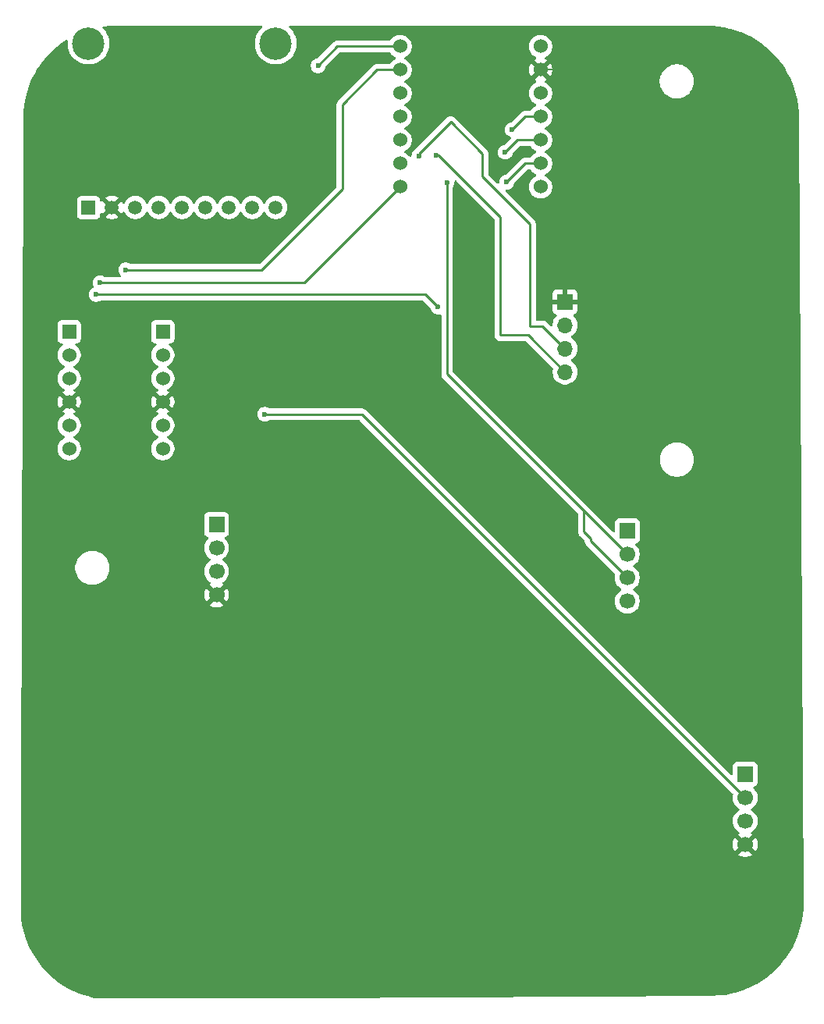
<source format=gbr>
%TF.GenerationSoftware,KiCad,Pcbnew,9.0.6*%
%TF.CreationDate,2025-12-15T19:17:09+00:00*%
%TF.ProjectId,VoltaPCB,566f6c74-6150-4434-922e-6b696361645f,rev?*%
%TF.SameCoordinates,Original*%
%TF.FileFunction,Copper,L2,Bot*%
%TF.FilePolarity,Positive*%
%FSLAX46Y46*%
G04 Gerber Fmt 4.6, Leading zero omitted, Abs format (unit mm)*
G04 Created by KiCad (PCBNEW 9.0.6) date 2025-12-15 19:17:09*
%MOMM*%
%LPD*%
G01*
G04 APERTURE LIST*
%TA.AperFunction,ComponentPad*%
%ADD10R,1.700000X1.700000*%
%TD*%
%TA.AperFunction,ComponentPad*%
%ADD11C,1.700000*%
%TD*%
%TA.AperFunction,ComponentPad*%
%ADD12C,1.524000*%
%TD*%
%TA.AperFunction,ComponentPad*%
%ADD13O,1.700000X1.700000*%
%TD*%
%TA.AperFunction,ComponentPad*%
%ADD14R,1.508000X1.508000*%
%TD*%
%TA.AperFunction,ComponentPad*%
%ADD15C,1.508000*%
%TD*%
%TA.AperFunction,ComponentPad*%
%ADD16C,3.516000*%
%TD*%
%TA.AperFunction,ComponentPad*%
%ADD17R,1.524000X1.524000*%
%TD*%
%TA.AperFunction,ViaPad*%
%ADD18C,0.600000*%
%TD*%
%TA.AperFunction,Conductor*%
%ADD19C,0.250000*%
%TD*%
%TA.AperFunction,Conductor*%
%ADD20C,0.200000*%
%TD*%
G04 APERTURE END LIST*
D10*
%TO.P,J2,1,Pin_1*%
%TO.N,+5V*%
X174800000Y-111470000D03*
D11*
%TO.P,J2,2,Pin_2*%
%TO.N,Net-(J2-Pin_2)*%
X174800000Y-114010000D03*
%TO.P,J2,3,Pin_3*%
%TO.N,Net-(J2-Pin_3)*%
X174800000Y-116550000D03*
%TO.P,J2,4,Pin_4*%
%TO.N,GND*%
X174800000Y-119090000D03*
%TD*%
D10*
%TO.P,J5,1,Pin_1*%
%TO.N,Net-(J5-Pin_1)*%
X162010000Y-85080000D03*
D11*
%TO.P,J5,2,Pin_2*%
%TO.N,Net-(J5-Pin_2)*%
X162010000Y-87620000D03*
%TO.P,J5,3,Pin_3*%
X162010000Y-90160000D03*
%TO.P,J5,4,Pin_4*%
%TO.N,Net-(J5-Pin_4)*%
X162010000Y-92700000D03*
%TD*%
D12*
%TO.P,U1,1,GPIO26/ADC0/A0*%
%TO.N,Net-(U1-GPIO26{slash}ADC0{slash}A0)*%
X137360000Y-32520000D03*
%TO.P,U1,2,GPIO27/ADC1/A1*%
%TO.N,Net-(U1-GPIO27{slash}ADC1{slash}A1)*%
X137360000Y-35060000D03*
%TO.P,U1,3,GPIO28/ADC2/A2*%
%TO.N,Net-(J5-Pin_2)*%
X137360000Y-37600000D03*
%TO.P,U1,4,GPIO29/ADC3/A3*%
%TO.N,Net-(U1-GPIO29{slash}ADC3{slash}A3)*%
X137360000Y-40140000D03*
%TO.P,U1,5,GPIO6/SDA*%
%TO.N,Net-(J1-Pin_4)*%
X137360000Y-42680000D03*
%TO.P,U1,6,GPIO7/SCL*%
%TO.N,Net-(J1-Pin_3)*%
X137360000Y-45220000D03*
%TO.P,U1,7,GPIO0/TX*%
%TO.N,Net-(U1-GPIO0{slash}TX)*%
X137360000Y-47760000D03*
%TO.P,U1,8,GPIO1/RX*%
%TO.N,Net-(U1-GPIO1{slash}RX)*%
X152600000Y-47760000D03*
%TO.P,U1,9,GPIO2/SCK*%
%TO.N,Net-(U1-GPIO2{slash}SCK)*%
X152600000Y-45220000D03*
%TO.P,U1,10,GPIO4/MISO*%
%TO.N,Net-(U1-GPIO4{slash}MISO)*%
X152600000Y-42680000D03*
%TO.P,U1,11,GPIO3/MOSI*%
%TO.N,Net-(U1-GPIO3{slash}MOSI)*%
X152600000Y-40140000D03*
%TO.P,U1,12,3V3*%
%TO.N,+3V3*%
X152600000Y-37600000D03*
%TO.P,U1,13,GND*%
%TO.N,GND*%
X152600000Y-35060000D03*
%TO.P,U1,14,VBUS*%
%TO.N,+5V*%
X152600000Y-32520000D03*
%TD*%
D10*
%TO.P,J1,1,Pin_1*%
%TO.N,GND*%
X155255000Y-60225000D03*
D13*
%TO.P,J1,2,Pin_2*%
%TO.N,+3V3*%
X155255000Y-62765000D03*
%TO.P,J1,3,Pin_3*%
%TO.N,Net-(J1-Pin_3)*%
X155255000Y-65305000D03*
%TO.P,J1,4,Pin_4*%
%TO.N,Net-(J1-Pin_4)*%
X155255000Y-67845000D03*
%TD*%
D14*
%TO.P,U3,1,3V*%
%TO.N,+3V3*%
X103547500Y-49990000D03*
D15*
%TO.P,U3,2,GND*%
%TO.N,GND*%
X106087500Y-49990000D03*
%TO.P,U3,3,CLK*%
%TO.N,Net-(U1-GPIO2{slash}SCK)*%
X108627500Y-49990000D03*
%TO.P,U3,4,D0/SO*%
%TO.N,Net-(U1-GPIO4{slash}MISO)*%
X111167500Y-49990000D03*
%TO.P,U3,5,CMD/SI*%
%TO.N,Net-(U1-GPIO3{slash}MOSI)*%
X113707500Y-49990000D03*
%TO.P,U3,6,D3/CS*%
%TO.N,Net-(U1-GPIO29{slash}ADC3{slash}A3)*%
X116247500Y-49990000D03*
%TO.P,U3,7,DAT1*%
%TO.N,unconnected-(U3-DAT1-Pad7)*%
X118787500Y-49990000D03*
%TO.P,U3,8,DAT2*%
%TO.N,unconnected-(U3-DAT2-Pad8)*%
X121327500Y-49990000D03*
%TO.P,U3,9,DET*%
%TO.N,unconnected-(U3-DET-Pad9)*%
X123867500Y-49990000D03*
D16*
%TO.P,U3,S1*%
%TO.N,N/C*%
X103547500Y-32210000D03*
%TO.P,U3,S2*%
X123867500Y-32210000D03*
%TD*%
D12*
%TO.P,U2,GND_1,GND*%
%TO.N,GND*%
X111610000Y-71080000D03*
%TO.P,U2,GND_2,GND*%
X101450000Y-71080000D03*
%TO.P,U2,HV,HV*%
%TO.N,+5V*%
X111610000Y-68540000D03*
D17*
%TO.P,U2,HV1,HV1*%
%TO.N,Net-(J2-Pin_3)*%
X111610000Y-63460000D03*
D12*
%TO.P,U2,HV2,HV2*%
%TO.N,Net-(J2-Pin_2)*%
X111610000Y-66000000D03*
%TO.P,U2,HV3,HV3*%
%TO.N,Net-(J5-Pin_1)*%
X111610000Y-73620000D03*
%TO.P,U2,HV4,HV4*%
%TO.N,Net-(J5-Pin_4)*%
X111610000Y-76160000D03*
%TO.P,U2,LV,LV*%
%TO.N,+3V3*%
X101450000Y-68540000D03*
D17*
%TO.P,U2,LV1,LV1*%
%TO.N,Net-(U1-GPIO0{slash}TX)*%
X101450000Y-63460000D03*
D12*
%TO.P,U2,LV2,LV2*%
%TO.N,Net-(U1-GPIO1{slash}RX)*%
X101450000Y-66000000D03*
%TO.P,U2,LV3,LV3*%
%TO.N,Net-(U1-GPIO27{slash}ADC1{slash}A1)*%
X101450000Y-73620000D03*
%TO.P,U2,LV4,LV4*%
%TO.N,Net-(U1-GPIO26{slash}ADC0{slash}A0)*%
X101450000Y-76160000D03*
%TD*%
D10*
%TO.P,J3,1,Pin_1*%
%TO.N,+5V*%
X117440000Y-84390000D03*
D11*
%TO.P,J3,2,Pin_2*%
%TO.N,Sensor_B*%
X117440000Y-86930000D03*
%TO.P,J3,3,Pin_3*%
%TO.N,Sensor_A*%
X117440000Y-89470000D03*
%TO.P,J3,4,Pin_4*%
%TO.N,GND*%
X117440000Y-92010000D03*
%TD*%
D18*
%TO.N,Net-(J1-Pin_3)*%
X139390000Y-44460000D03*
%TO.N,GND*%
X99270000Y-70900000D03*
%TO.N,Net-(J1-Pin_4)*%
X141270000Y-44310000D03*
%TO.N,Net-(J2-Pin_2)*%
X122680000Y-72420000D03*
%TO.N,Net-(J5-Pin_2)*%
X142450000Y-47260000D03*
%TO.N,Net-(U1-GPIO3{slash}MOSI)*%
X149520000Y-41550000D03*
%TO.N,Net-(U1-GPIO4{slash}MISO)*%
X148760000Y-44000000D03*
%TO.N,Net-(U1-GPIO26{slash}ADC0{slash}A0)*%
X128460000Y-34620000D03*
%TO.N,Net-(U1-GPIO0{slash}TX)*%
X104800000Y-58170000D03*
%TO.N,Net-(U1-GPIO27{slash}ADC1{slash}A1)*%
X107580000Y-56750000D03*
%TO.N,Net-(U1-GPIO2{slash}SCK)*%
X148910000Y-47250000D03*
%TO.N,Net-(U1-GPIO1{slash}RX)*%
X141460000Y-60790000D03*
X104380000Y-59420000D03*
%TD*%
D19*
%TO.N,Net-(J1-Pin_3)*%
X151450000Y-62880000D02*
X152830000Y-62880000D01*
X146310000Y-46650000D02*
X151450000Y-51790000D01*
X142850000Y-40700000D02*
X146310000Y-44160000D01*
X139390000Y-44160000D02*
X142850000Y-40700000D01*
X139390000Y-44460000D02*
X139390000Y-44160000D01*
X152830000Y-62880000D02*
X155255000Y-65305000D01*
X146310000Y-44160000D02*
X146310000Y-46650000D01*
X151450000Y-51790000D02*
X151450000Y-62880000D01*
D20*
%TO.N,GND*%
X99190000Y-70980000D02*
X99190000Y-71810000D01*
X99270000Y-70900000D02*
X99190000Y-70980000D01*
X152600000Y-35060000D02*
X155570000Y-35060000D01*
D19*
%TO.N,Net-(J1-Pin_4)*%
X148240000Y-63850000D02*
X151260000Y-63850000D01*
X148240000Y-50984702D02*
X148240000Y-63850000D01*
X141270000Y-44310000D02*
X141565298Y-44310000D01*
X141565298Y-44310000D02*
X148240000Y-50984702D01*
X151260000Y-63850000D02*
X155255000Y-67845000D01*
%TO.N,Net-(J2-Pin_2)*%
X133210000Y-72420000D02*
X174800000Y-114010000D01*
X122680000Y-72420000D02*
X133210000Y-72420000D01*
%TO.N,Net-(J5-Pin_2)*%
X158020000Y-85870000D02*
X157285000Y-85135000D01*
X157285000Y-82895000D02*
X162010000Y-87620000D01*
X157285000Y-85135000D02*
X157285000Y-82895000D01*
X142450000Y-47260000D02*
X142450000Y-68060000D01*
X158020000Y-86170000D02*
X162010000Y-90160000D01*
X158020000Y-85870000D02*
X158020000Y-86170000D01*
X142450000Y-68060000D02*
X157285000Y-82895000D01*
%TO.N,Net-(U1-GPIO3{slash}MOSI)*%
X149520000Y-41550000D02*
X150930000Y-40140000D01*
X150930000Y-40140000D02*
X152600000Y-40140000D01*
%TO.N,Net-(U1-GPIO4{slash}MISO)*%
X148760000Y-44000000D02*
X150080000Y-42680000D01*
X150080000Y-42680000D02*
X152600000Y-42680000D01*
%TO.N,Net-(U1-GPIO26{slash}ADC0{slash}A0)*%
X128460000Y-34620000D02*
X130560000Y-32520000D01*
X130560000Y-32520000D02*
X137360000Y-32520000D01*
%TO.N,Net-(U1-GPIO0{slash}TX)*%
X126950000Y-58170000D02*
X137360000Y-47760000D01*
X104800000Y-58170000D02*
X126950000Y-58170000D01*
%TO.N,Net-(U1-GPIO27{slash}ADC1{slash}A1)*%
X107580000Y-56750000D02*
X122350000Y-56750000D01*
X122350000Y-56750000D02*
X131090000Y-48010000D01*
X131090000Y-38850000D02*
X134880000Y-35060000D01*
X134880000Y-35060000D02*
X137360000Y-35060000D01*
X131090000Y-48010000D02*
X131090000Y-38850000D01*
%TO.N,Net-(U1-GPIO2{slash}SCK)*%
X148910000Y-47250000D02*
X150940000Y-45220000D01*
X150940000Y-45220000D02*
X152600000Y-45220000D01*
%TO.N,Net-(U1-GPIO1{slash}RX)*%
X104380000Y-59420000D02*
X140090000Y-59420000D01*
X140090000Y-59420000D02*
X141460000Y-60790000D01*
%TD*%
%TA.AperFunction,Conductor*%
%TO.N,GND*%
G36*
X122387511Y-30289685D02*
G01*
X122433266Y-30342489D01*
X122443210Y-30411647D01*
X122414185Y-30475203D01*
X122395958Y-30492376D01*
X122375173Y-30508324D01*
X122375166Y-30508330D01*
X122165830Y-30717666D01*
X122165824Y-30717673D01*
X121985596Y-30952552D01*
X121837571Y-31208939D01*
X121837570Y-31208940D01*
X121724272Y-31482464D01*
X121724267Y-31482477D01*
X121647645Y-31768440D01*
X121647643Y-31768451D01*
X121609000Y-32061962D01*
X121609000Y-32358037D01*
X121633815Y-32546520D01*
X121647644Y-32651557D01*
X121724269Y-32937529D01*
X121825458Y-33181819D01*
X121837570Y-33211059D01*
X121837571Y-33211060D01*
X121985596Y-33467447D01*
X122165824Y-33702326D01*
X122165830Y-33702333D01*
X122375166Y-33911669D01*
X122375173Y-33911675D01*
X122610052Y-34091903D01*
X122866439Y-34239928D01*
X122866440Y-34239929D01*
X122866443Y-34239930D01*
X122866448Y-34239933D01*
X123139971Y-34353231D01*
X123425943Y-34429856D01*
X123719470Y-34468500D01*
X123719477Y-34468500D01*
X124015523Y-34468500D01*
X124015530Y-34468500D01*
X124309057Y-34429856D01*
X124595029Y-34353231D01*
X124868552Y-34239933D01*
X125124948Y-34091903D01*
X125359828Y-33911674D01*
X125569174Y-33702328D01*
X125749403Y-33467448D01*
X125897433Y-33211052D01*
X126010731Y-32937529D01*
X126087356Y-32651557D01*
X126126000Y-32358030D01*
X126126000Y-32061970D01*
X126087356Y-31768443D01*
X126010731Y-31482471D01*
X125897433Y-31208948D01*
X125897430Y-31208943D01*
X125897429Y-31208940D01*
X125897428Y-31208939D01*
X125749403Y-30952552D01*
X125569175Y-30717673D01*
X125569169Y-30717666D01*
X125359833Y-30508330D01*
X125359826Y-30508324D01*
X125339042Y-30492376D01*
X125297839Y-30435949D01*
X125293684Y-30366203D01*
X125327896Y-30305282D01*
X125389613Y-30272529D01*
X125414528Y-30270000D01*
X170664960Y-30270000D01*
X170668841Y-30270061D01*
X171288637Y-30289468D01*
X171296371Y-30289952D01*
X171911871Y-30347921D01*
X171919514Y-30348884D01*
X172530153Y-30445243D01*
X172537757Y-30446688D01*
X173141158Y-30581057D01*
X173148665Y-30582977D01*
X173614049Y-30717666D01*
X173742481Y-30754836D01*
X173749863Y-30757225D01*
X174331766Y-30965898D01*
X174338964Y-30968737D01*
X174906659Y-31213401D01*
X174913677Y-31216690D01*
X175464966Y-31496398D01*
X175471773Y-31500124D01*
X176004464Y-31813764D01*
X176011009Y-31817899D01*
X176523058Y-32164266D01*
X176529341Y-32168809D01*
X177018700Y-32546520D01*
X177024675Y-32551437D01*
X177325941Y-32815637D01*
X177489454Y-32959032D01*
X177495121Y-32964324D01*
X177677333Y-33145500D01*
X177933482Y-33400192D01*
X177938812Y-33405834D01*
X178349050Y-33868277D01*
X178354016Y-33874242D01*
X178734497Y-34361418D01*
X178739081Y-34367681D01*
X179088354Y-34877730D01*
X179092537Y-34884269D01*
X179409217Y-35415174D01*
X179412982Y-35421960D01*
X179695818Y-35971618D01*
X179699152Y-35978628D01*
X179947053Y-36544921D01*
X179949941Y-36552125D01*
X179952505Y-36559148D01*
X180160973Y-37130205D01*
X180161922Y-37132803D01*
X180164354Y-37140173D01*
X180339595Y-37732991D01*
X180341561Y-37740500D01*
X180479366Y-38343098D01*
X180480859Y-38350714D01*
X180580698Y-38960780D01*
X180581711Y-38968476D01*
X180643185Y-39583571D01*
X180643715Y-39591314D01*
X180666658Y-40211001D01*
X180666741Y-40214882D01*
X181153003Y-125440502D01*
X181152964Y-125444394D01*
X181136993Y-126066069D01*
X181136549Y-126073840D01*
X181081775Y-126691356D01*
X181080844Y-126699084D01*
X180987437Y-127311928D01*
X180986024Y-127319582D01*
X180854343Y-127925393D01*
X180852451Y-127932943D01*
X180683030Y-128529265D01*
X180680669Y-128536683D01*
X180474160Y-129121220D01*
X180471338Y-129128474D01*
X180228568Y-129698886D01*
X180225297Y-129705949D01*
X179947208Y-130260025D01*
X179943500Y-130266868D01*
X179631198Y-130802399D01*
X179627067Y-130808997D01*
X179281784Y-131323872D01*
X179277248Y-131330197D01*
X178900346Y-131822390D01*
X178895422Y-131828419D01*
X178488371Y-132296007D01*
X178483079Y-132301714D01*
X178047497Y-132742836D01*
X178041856Y-132748201D01*
X177579453Y-133161128D01*
X177573488Y-133166127D01*
X177086093Y-133549225D01*
X177079825Y-133553841D01*
X176569348Y-133905608D01*
X176562803Y-133909821D01*
X176031280Y-134228857D01*
X176024484Y-134232652D01*
X175473960Y-134517727D01*
X175466939Y-134521087D01*
X174899646Y-134771044D01*
X174892428Y-134773958D01*
X174310537Y-134987842D01*
X174303151Y-134990296D01*
X173709017Y-135167243D01*
X173701490Y-135169230D01*
X173097406Y-135308554D01*
X173089771Y-135310064D01*
X172478155Y-135411210D01*
X172470439Y-135412239D01*
X171853656Y-135474814D01*
X171845891Y-135475356D01*
X171224475Y-135499184D01*
X171220584Y-135499272D01*
X127927184Y-135799497D01*
X127926324Y-135799500D01*
X104463574Y-135799500D01*
X104444897Y-135798085D01*
X104425505Y-135795130D01*
X104352894Y-135784066D01*
X104345183Y-135782640D01*
X103734885Y-135649709D01*
X103727278Y-135647799D01*
X103126586Y-135476548D01*
X103119116Y-135474160D01*
X102530462Y-135265284D01*
X102523158Y-135262429D01*
X101948884Y-135016758D01*
X101941775Y-135013447D01*
X101384180Y-134731966D01*
X101377294Y-134728212D01*
X100838617Y-134412051D01*
X100831982Y-134407869D01*
X100314346Y-134058272D01*
X100307989Y-134053680D01*
X100116117Y-133905608D01*
X99813498Y-133672069D01*
X99807454Y-133667091D01*
X99338070Y-133254978D01*
X99332343Y-133249620D01*
X98889960Y-132808671D01*
X98884584Y-132802962D01*
X98470958Y-132334927D01*
X98465953Y-132328889D01*
X98082747Y-131835652D01*
X98078133Y-131829310D01*
X98073427Y-131822390D01*
X97726851Y-131312802D01*
X97722665Y-131306209D01*
X97404739Y-130768529D01*
X97400969Y-130761666D01*
X97117675Y-130204982D01*
X97114341Y-130197883D01*
X96902003Y-129705949D01*
X96866805Y-129624404D01*
X96863937Y-129617136D01*
X96653144Y-129029145D01*
X96650732Y-129021682D01*
X96643173Y-128995491D01*
X96477529Y-128421537D01*
X96475603Y-128413973D01*
X96340683Y-127804074D01*
X96339238Y-127796398D01*
X96243145Y-127179204D01*
X96242184Y-127171421D01*
X96201015Y-126721245D01*
X96200500Y-126709952D01*
X96200500Y-116903844D01*
X96200501Y-116903387D01*
X96206064Y-115394949D01*
X96303522Y-88968711D01*
X102109500Y-88968711D01*
X102109500Y-89211288D01*
X102141161Y-89451785D01*
X102203947Y-89686104D01*
X102296773Y-89910205D01*
X102296776Y-89910212D01*
X102418064Y-90120289D01*
X102418066Y-90120292D01*
X102418067Y-90120293D01*
X102565733Y-90312736D01*
X102565739Y-90312743D01*
X102737256Y-90484260D01*
X102737262Y-90484265D01*
X102929711Y-90631936D01*
X103139788Y-90753224D01*
X103363900Y-90846054D01*
X103598211Y-90908838D01*
X103778586Y-90932584D01*
X103838711Y-90940500D01*
X103838712Y-90940500D01*
X104081289Y-90940500D01*
X104129388Y-90934167D01*
X104321789Y-90908838D01*
X104556100Y-90846054D01*
X104780212Y-90753224D01*
X104990289Y-90631936D01*
X105182738Y-90484265D01*
X105354265Y-90312738D01*
X105501936Y-90120289D01*
X105623224Y-89910212D01*
X105716054Y-89686100D01*
X105778838Y-89451789D01*
X105810500Y-89211288D01*
X105810500Y-88968712D01*
X105778838Y-88728211D01*
X105716054Y-88493900D01*
X105623224Y-88269788D01*
X105501936Y-88059711D01*
X105354265Y-87867262D01*
X105354260Y-87867256D01*
X105182743Y-87695739D01*
X105182736Y-87695733D01*
X104990293Y-87548067D01*
X104990292Y-87548066D01*
X104990289Y-87548064D01*
X104780212Y-87426776D01*
X104780205Y-87426773D01*
X104556104Y-87333947D01*
X104321785Y-87271161D01*
X104081289Y-87239500D01*
X104081288Y-87239500D01*
X103838712Y-87239500D01*
X103838711Y-87239500D01*
X103598214Y-87271161D01*
X103363895Y-87333947D01*
X103139794Y-87426773D01*
X103139785Y-87426777D01*
X102929706Y-87548067D01*
X102737263Y-87695733D01*
X102737256Y-87695739D01*
X102565739Y-87867256D01*
X102565733Y-87867263D01*
X102418067Y-88059706D01*
X102296777Y-88269785D01*
X102296773Y-88269794D01*
X102203947Y-88493895D01*
X102141161Y-88728214D01*
X102109500Y-88968711D01*
X96303522Y-88968711D01*
X96321892Y-83987671D01*
X96323720Y-83492135D01*
X116089500Y-83492135D01*
X116089500Y-85287870D01*
X116089501Y-85287876D01*
X116095908Y-85347483D01*
X116146202Y-85482328D01*
X116146206Y-85482335D01*
X116232452Y-85597544D01*
X116232455Y-85597547D01*
X116347664Y-85683793D01*
X116347671Y-85683797D01*
X116479082Y-85732810D01*
X116535016Y-85774681D01*
X116559433Y-85840145D01*
X116544582Y-85908418D01*
X116523431Y-85936673D01*
X116409889Y-86050215D01*
X116284951Y-86222179D01*
X116188444Y-86411585D01*
X116122753Y-86613760D01*
X116089500Y-86823713D01*
X116089500Y-87036286D01*
X116109436Y-87162161D01*
X116122754Y-87246243D01*
X116181413Y-87426777D01*
X116188444Y-87448414D01*
X116284951Y-87637820D01*
X116409890Y-87809786D01*
X116560213Y-87960109D01*
X116732182Y-88085050D01*
X116740946Y-88089516D01*
X116791742Y-88137491D01*
X116808536Y-88205312D01*
X116785998Y-88271447D01*
X116740946Y-88310484D01*
X116732182Y-88314949D01*
X116560213Y-88439890D01*
X116409890Y-88590213D01*
X116284951Y-88762179D01*
X116188444Y-88951585D01*
X116122753Y-89153760D01*
X116089500Y-89363713D01*
X116089500Y-89576286D01*
X116109436Y-89702161D01*
X116122754Y-89786243D01*
X116141442Y-89843760D01*
X116188444Y-89988414D01*
X116284951Y-90177820D01*
X116409890Y-90349786D01*
X116560213Y-90500109D01*
X116732179Y-90625048D01*
X116732181Y-90625049D01*
X116732184Y-90625051D01*
X116741493Y-90629794D01*
X116792290Y-90677766D01*
X116809087Y-90745587D01*
X116786552Y-90811722D01*
X116741505Y-90850760D01*
X116732446Y-90855376D01*
X116732440Y-90855380D01*
X116678282Y-90894727D01*
X116678282Y-90894728D01*
X117310591Y-91527037D01*
X117247007Y-91544075D01*
X117132993Y-91609901D01*
X117039901Y-91702993D01*
X116974075Y-91817007D01*
X116957037Y-91880591D01*
X116324728Y-91248282D01*
X116324727Y-91248282D01*
X116285380Y-91302439D01*
X116188904Y-91491782D01*
X116123242Y-91693869D01*
X116123242Y-91693872D01*
X116090000Y-91903753D01*
X116090000Y-92116246D01*
X116123242Y-92326127D01*
X116123242Y-92326130D01*
X116188904Y-92528217D01*
X116285375Y-92717550D01*
X116324728Y-92771716D01*
X116957037Y-92139408D01*
X116974075Y-92202993D01*
X117039901Y-92317007D01*
X117132993Y-92410099D01*
X117247007Y-92475925D01*
X117310590Y-92492962D01*
X116678282Y-93125269D01*
X116678282Y-93125270D01*
X116732449Y-93164624D01*
X116921782Y-93261095D01*
X117123870Y-93326757D01*
X117333754Y-93360000D01*
X117546246Y-93360000D01*
X117756127Y-93326757D01*
X117756130Y-93326757D01*
X117958217Y-93261095D01*
X118147554Y-93164622D01*
X118201716Y-93125270D01*
X118201717Y-93125270D01*
X117569408Y-92492962D01*
X117632993Y-92475925D01*
X117747007Y-92410099D01*
X117840099Y-92317007D01*
X117905925Y-92202993D01*
X117922962Y-92139408D01*
X118555270Y-92771717D01*
X118555270Y-92771716D01*
X118594622Y-92717554D01*
X118691095Y-92528217D01*
X118756757Y-92326130D01*
X118756757Y-92326127D01*
X118790000Y-92116246D01*
X118790000Y-91903753D01*
X118756757Y-91693872D01*
X118756757Y-91693869D01*
X118691095Y-91491782D01*
X118594624Y-91302449D01*
X118555270Y-91248282D01*
X118555269Y-91248282D01*
X117922962Y-91880590D01*
X117905925Y-91817007D01*
X117840099Y-91702993D01*
X117747007Y-91609901D01*
X117632993Y-91544075D01*
X117569409Y-91527037D01*
X118201716Y-90894728D01*
X118147547Y-90855373D01*
X118147547Y-90855372D01*
X118138500Y-90850763D01*
X118087706Y-90802788D01*
X118070912Y-90734966D01*
X118093451Y-90668832D01*
X118138508Y-90629793D01*
X118147816Y-90625051D01*
X118227007Y-90567515D01*
X118319786Y-90500109D01*
X118319788Y-90500106D01*
X118319792Y-90500104D01*
X118470104Y-90349792D01*
X118470106Y-90349788D01*
X118470109Y-90349786D01*
X118595048Y-90177820D01*
X118595047Y-90177820D01*
X118595051Y-90177816D01*
X118691557Y-89988412D01*
X118757246Y-89786243D01*
X118790500Y-89576287D01*
X118790500Y-89363713D01*
X118757246Y-89153757D01*
X118691557Y-88951588D01*
X118595051Y-88762184D01*
X118595049Y-88762181D01*
X118595048Y-88762179D01*
X118470109Y-88590213D01*
X118319786Y-88439890D01*
X118147820Y-88314951D01*
X118147115Y-88314591D01*
X118139054Y-88310485D01*
X118088259Y-88262512D01*
X118071463Y-88194692D01*
X118093999Y-88128556D01*
X118139054Y-88089515D01*
X118147816Y-88085051D01*
X118182701Y-88059706D01*
X118319786Y-87960109D01*
X118319788Y-87960106D01*
X118319792Y-87960104D01*
X118470104Y-87809792D01*
X118470106Y-87809788D01*
X118470109Y-87809786D01*
X118595048Y-87637820D01*
X118595047Y-87637820D01*
X118595051Y-87637816D01*
X118691557Y-87448412D01*
X118757246Y-87246243D01*
X118790500Y-87036287D01*
X118790500Y-86823713D01*
X118757246Y-86613757D01*
X118691557Y-86411588D01*
X118595051Y-86222184D01*
X118595049Y-86222181D01*
X118595048Y-86222179D01*
X118470109Y-86050213D01*
X118356569Y-85936673D01*
X118323084Y-85875350D01*
X118328068Y-85805658D01*
X118369940Y-85749725D01*
X118400915Y-85732810D01*
X118532331Y-85683796D01*
X118647546Y-85597546D01*
X118733796Y-85482331D01*
X118784091Y-85347483D01*
X118790500Y-85287873D01*
X118790499Y-83492128D01*
X118784091Y-83432517D01*
X118733796Y-83297669D01*
X118733795Y-83297668D01*
X118733793Y-83297664D01*
X118647547Y-83182455D01*
X118647544Y-83182452D01*
X118532335Y-83096206D01*
X118532328Y-83096202D01*
X118397482Y-83045908D01*
X118397483Y-83045908D01*
X118337883Y-83039501D01*
X118337881Y-83039500D01*
X118337873Y-83039500D01*
X118337864Y-83039500D01*
X116542129Y-83039500D01*
X116542123Y-83039501D01*
X116482516Y-83045908D01*
X116347671Y-83096202D01*
X116347664Y-83096206D01*
X116232455Y-83182452D01*
X116232452Y-83182455D01*
X116146206Y-83297664D01*
X116146202Y-83297671D01*
X116095908Y-83432517D01*
X116089906Y-83488349D01*
X116089501Y-83492123D01*
X116089500Y-83492135D01*
X96323720Y-83492135D01*
X96323734Y-83488349D01*
X96360514Y-73515310D01*
X96362568Y-72958305D01*
X96400584Y-62650135D01*
X100187500Y-62650135D01*
X100187500Y-64269870D01*
X100187501Y-64269876D01*
X100193908Y-64329483D01*
X100244202Y-64464328D01*
X100244206Y-64464335D01*
X100330452Y-64579544D01*
X100330455Y-64579547D01*
X100445664Y-64665793D01*
X100445671Y-64665797D01*
X100580517Y-64716091D01*
X100580516Y-64716091D01*
X100587444Y-64716835D01*
X100640127Y-64722500D01*
X100678801Y-64722499D01*
X100745838Y-64742182D01*
X100791594Y-64794985D01*
X100801539Y-64864143D01*
X100772516Y-64927699D01*
X100751687Y-64946816D01*
X100627542Y-65037014D01*
X100627533Y-65037021D01*
X100487021Y-65177533D01*
X100370213Y-65338305D01*
X100279994Y-65515367D01*
X100279993Y-65515370D01*
X100218587Y-65704362D01*
X100187500Y-65900639D01*
X100187500Y-66099360D01*
X100218587Y-66295637D01*
X100279993Y-66484629D01*
X100279994Y-66484632D01*
X100370213Y-66661694D01*
X100487019Y-66822464D01*
X100627536Y-66962981D01*
X100788306Y-67079787D01*
X100900944Y-67137179D01*
X100944780Y-67159515D01*
X100995576Y-67207490D01*
X101012371Y-67275311D01*
X100989833Y-67341446D01*
X100944780Y-67380485D01*
X100788305Y-67460213D01*
X100627533Y-67577021D01*
X100487021Y-67717533D01*
X100370213Y-67878305D01*
X100279994Y-68055367D01*
X100279993Y-68055370D01*
X100218587Y-68244362D01*
X100187500Y-68440639D01*
X100187500Y-68639360D01*
X100218587Y-68835637D01*
X100279993Y-69024629D01*
X100279994Y-69024632D01*
X100350113Y-69162246D01*
X100370213Y-69201694D01*
X100487019Y-69362464D01*
X100627536Y-69502981D01*
X100788306Y-69619787D01*
X100945332Y-69699796D01*
X100996127Y-69747769D01*
X101012922Y-69815590D01*
X100990385Y-69881725D01*
X100945332Y-69920764D01*
X100788566Y-70000641D01*
X100751283Y-70027729D01*
X100751282Y-70027730D01*
X101314058Y-70590504D01*
X101253919Y-70606619D01*
X101138080Y-70673498D01*
X101043498Y-70768080D01*
X100976619Y-70883919D01*
X100960504Y-70944057D01*
X100397730Y-70381282D01*
X100397729Y-70381283D01*
X100370643Y-70418564D01*
X100280457Y-70595562D01*
X100219075Y-70784476D01*
X100219075Y-70784479D01*
X100188000Y-70980678D01*
X100188000Y-71179321D01*
X100219075Y-71375520D01*
X100219075Y-71375523D01*
X100280457Y-71564437D01*
X100370641Y-71741432D01*
X100397730Y-71778715D01*
X100397731Y-71778716D01*
X100960504Y-71215942D01*
X100976619Y-71276081D01*
X101043498Y-71391920D01*
X101138080Y-71486502D01*
X101253919Y-71553381D01*
X101314057Y-71569494D01*
X100751283Y-72132268D01*
X100751283Y-72132269D01*
X100788567Y-72159358D01*
X100945331Y-72239234D01*
X100996127Y-72287209D01*
X101012922Y-72355030D01*
X100990384Y-72421165D01*
X100945331Y-72460204D01*
X100788305Y-72540213D01*
X100627533Y-72657021D01*
X100487021Y-72797533D01*
X100370213Y-72958305D01*
X100279994Y-73135367D01*
X100279993Y-73135370D01*
X100218587Y-73324362D01*
X100187500Y-73520639D01*
X100187500Y-73719360D01*
X100218587Y-73915637D01*
X100279993Y-74104629D01*
X100279994Y-74104632D01*
X100370213Y-74281694D01*
X100487019Y-74442464D01*
X100627536Y-74582981D01*
X100788306Y-74699787D01*
X100906832Y-74760179D01*
X100944780Y-74779515D01*
X100995576Y-74827490D01*
X101012371Y-74895311D01*
X100989833Y-74961446D01*
X100944780Y-75000485D01*
X100788305Y-75080213D01*
X100627533Y-75197021D01*
X100487021Y-75337533D01*
X100370213Y-75498305D01*
X100279994Y-75675367D01*
X100279993Y-75675370D01*
X100218587Y-75864362D01*
X100187500Y-76060639D01*
X100187500Y-76259360D01*
X100218587Y-76455637D01*
X100279993Y-76644629D01*
X100279994Y-76644632D01*
X100335670Y-76753900D01*
X100370213Y-76821694D01*
X100487019Y-76982464D01*
X100627536Y-77122981D01*
X100788306Y-77239787D01*
X100875149Y-77284035D01*
X100965367Y-77330005D01*
X100965370Y-77330006D01*
X101059866Y-77360709D01*
X101154364Y-77391413D01*
X101350639Y-77422500D01*
X101350640Y-77422500D01*
X101549360Y-77422500D01*
X101549361Y-77422500D01*
X101745636Y-77391413D01*
X101934632Y-77330005D01*
X102111694Y-77239787D01*
X102272464Y-77122981D01*
X102412981Y-76982464D01*
X102529787Y-76821694D01*
X102620005Y-76644632D01*
X102681413Y-76455636D01*
X102712500Y-76259361D01*
X102712500Y-76060639D01*
X102681413Y-75864364D01*
X102620005Y-75675368D01*
X102620005Y-75675367D01*
X102546528Y-75531162D01*
X102529787Y-75498306D01*
X102412981Y-75337536D01*
X102272464Y-75197019D01*
X102111694Y-75080213D01*
X101955218Y-75000484D01*
X101904423Y-74952510D01*
X101887628Y-74884689D01*
X101910165Y-74818554D01*
X101955218Y-74779515D01*
X102111694Y-74699787D01*
X102272464Y-74582981D01*
X102412981Y-74442464D01*
X102529787Y-74281694D01*
X102620005Y-74104632D01*
X102681413Y-73915636D01*
X102712500Y-73719361D01*
X102712500Y-73520639D01*
X102681413Y-73324364D01*
X102637671Y-73189738D01*
X102620006Y-73135370D01*
X102620005Y-73135367D01*
X102529786Y-72958305D01*
X102412981Y-72797536D01*
X102272464Y-72657019D01*
X102111694Y-72540213D01*
X101954667Y-72460203D01*
X101903872Y-72412229D01*
X101887077Y-72344408D01*
X101909614Y-72278273D01*
X101954669Y-72239234D01*
X102111422Y-72159364D01*
X102148716Y-72132268D01*
X101585942Y-71569494D01*
X101646081Y-71553381D01*
X101761920Y-71486502D01*
X101856502Y-71391920D01*
X101923381Y-71276081D01*
X101939495Y-71215942D01*
X102502268Y-71778715D01*
X102529362Y-71741425D01*
X102619542Y-71564437D01*
X102680924Y-71375523D01*
X102680924Y-71375520D01*
X102712000Y-71179321D01*
X102712000Y-70980678D01*
X102680924Y-70784479D01*
X102680924Y-70784476D01*
X102619542Y-70595562D01*
X102529358Y-70418567D01*
X102502268Y-70381283D01*
X101939494Y-70944057D01*
X101923381Y-70883919D01*
X101856502Y-70768080D01*
X101761920Y-70673498D01*
X101646081Y-70606619D01*
X101585942Y-70590504D01*
X102148716Y-70027731D01*
X102148715Y-70027730D01*
X102111432Y-70000641D01*
X101954668Y-69920765D01*
X101903872Y-69872790D01*
X101887077Y-69804969D01*
X101909615Y-69738834D01*
X101954667Y-69699796D01*
X102111694Y-69619787D01*
X102272464Y-69502981D01*
X102412981Y-69362464D01*
X102529787Y-69201694D01*
X102620005Y-69024632D01*
X102681413Y-68835636D01*
X102712500Y-68639361D01*
X102712500Y-68440639D01*
X102681413Y-68244364D01*
X102650709Y-68149866D01*
X102620006Y-68055370D01*
X102620005Y-68055367D01*
X102529786Y-67878305D01*
X102412981Y-67717536D01*
X102272464Y-67577019D01*
X102111694Y-67460213D01*
X101955218Y-67380484D01*
X101904423Y-67332510D01*
X101887628Y-67264689D01*
X101910165Y-67198554D01*
X101955218Y-67159515D01*
X102111694Y-67079787D01*
X102272464Y-66962981D01*
X102412981Y-66822464D01*
X102529787Y-66661694D01*
X102620005Y-66484632D01*
X102681413Y-66295636D01*
X102712500Y-66099361D01*
X102712500Y-65900639D01*
X102681413Y-65704364D01*
X102620005Y-65515368D01*
X102620005Y-65515367D01*
X102560319Y-65398229D01*
X102529787Y-65338306D01*
X102412981Y-65177536D01*
X102272464Y-65037019D01*
X102148310Y-64946816D01*
X102105646Y-64891487D01*
X102099667Y-64821874D01*
X102132273Y-64760079D01*
X102193112Y-64725721D01*
X102221196Y-64722499D01*
X102259872Y-64722499D01*
X102319483Y-64716091D01*
X102454331Y-64665796D01*
X102569546Y-64579546D01*
X102655796Y-64464331D01*
X102706091Y-64329483D01*
X102712500Y-64269873D01*
X102712499Y-62650135D01*
X110347500Y-62650135D01*
X110347500Y-64269870D01*
X110347501Y-64269876D01*
X110353908Y-64329483D01*
X110404202Y-64464328D01*
X110404206Y-64464335D01*
X110490452Y-64579544D01*
X110490455Y-64579547D01*
X110605664Y-64665793D01*
X110605671Y-64665797D01*
X110740517Y-64716091D01*
X110740516Y-64716091D01*
X110747444Y-64716835D01*
X110800127Y-64722500D01*
X110838801Y-64722499D01*
X110905838Y-64742182D01*
X110951594Y-64794985D01*
X110961539Y-64864143D01*
X110932516Y-64927699D01*
X110911687Y-64946816D01*
X110787542Y-65037014D01*
X110787533Y-65037021D01*
X110647021Y-65177533D01*
X110530213Y-65338305D01*
X110439994Y-65515367D01*
X110439993Y-65515370D01*
X110378587Y-65704362D01*
X110347500Y-65900639D01*
X110347500Y-66099360D01*
X110378587Y-66295637D01*
X110439993Y-66484629D01*
X110439994Y-66484632D01*
X110530213Y-66661694D01*
X110647019Y-66822464D01*
X110787536Y-66962981D01*
X110948306Y-67079787D01*
X111060944Y-67137179D01*
X111104780Y-67159515D01*
X111155576Y-67207490D01*
X111172371Y-67275311D01*
X111149833Y-67341446D01*
X111104780Y-67380485D01*
X110948305Y-67460213D01*
X110787533Y-67577021D01*
X110647021Y-67717533D01*
X110530213Y-67878305D01*
X110439994Y-68055367D01*
X110439993Y-68055370D01*
X110378587Y-68244362D01*
X110347500Y-68440639D01*
X110347500Y-68639360D01*
X110378587Y-68835637D01*
X110439993Y-69024629D01*
X110439994Y-69024632D01*
X110510113Y-69162246D01*
X110530213Y-69201694D01*
X110647019Y-69362464D01*
X110787536Y-69502981D01*
X110948306Y-69619787D01*
X111105332Y-69699796D01*
X111156127Y-69747769D01*
X111172922Y-69815590D01*
X111150385Y-69881725D01*
X111105332Y-69920764D01*
X110948566Y-70000641D01*
X110911283Y-70027729D01*
X110911282Y-70027730D01*
X111474058Y-70590504D01*
X111413919Y-70606619D01*
X111298080Y-70673498D01*
X111203498Y-70768080D01*
X111136619Y-70883919D01*
X111120504Y-70944057D01*
X110557730Y-70381282D01*
X110557729Y-70381283D01*
X110530643Y-70418564D01*
X110440457Y-70595562D01*
X110379075Y-70784476D01*
X110379075Y-70784479D01*
X110348000Y-70980678D01*
X110348000Y-71179321D01*
X110379075Y-71375520D01*
X110379075Y-71375523D01*
X110440457Y-71564437D01*
X110530641Y-71741432D01*
X110557730Y-71778715D01*
X110557731Y-71778716D01*
X111120504Y-71215942D01*
X111136619Y-71276081D01*
X111203498Y-71391920D01*
X111298080Y-71486502D01*
X111413919Y-71553381D01*
X111474057Y-71569494D01*
X110911283Y-72132268D01*
X110911283Y-72132269D01*
X110948567Y-72159358D01*
X111105331Y-72239234D01*
X111156127Y-72287209D01*
X111172922Y-72355030D01*
X111150384Y-72421165D01*
X111105331Y-72460204D01*
X110948305Y-72540213D01*
X110787533Y-72657021D01*
X110647021Y-72797533D01*
X110530213Y-72958305D01*
X110439994Y-73135367D01*
X110439993Y-73135370D01*
X110378587Y-73324362D01*
X110347500Y-73520639D01*
X110347500Y-73719360D01*
X110378587Y-73915637D01*
X110439993Y-74104629D01*
X110439994Y-74104632D01*
X110530213Y-74281694D01*
X110647019Y-74442464D01*
X110787536Y-74582981D01*
X110948306Y-74699787D01*
X111066832Y-74760179D01*
X111104780Y-74779515D01*
X111155576Y-74827490D01*
X111172371Y-74895311D01*
X111149833Y-74961446D01*
X111104780Y-75000485D01*
X110948305Y-75080213D01*
X110787533Y-75197021D01*
X110647021Y-75337533D01*
X110530213Y-75498305D01*
X110439994Y-75675367D01*
X110439993Y-75675370D01*
X110378587Y-75864362D01*
X110347500Y-76060639D01*
X110347500Y-76259360D01*
X110378587Y-76455637D01*
X110439993Y-76644629D01*
X110439994Y-76644632D01*
X110495670Y-76753900D01*
X110530213Y-76821694D01*
X110647019Y-76982464D01*
X110787536Y-77122981D01*
X110948306Y-77239787D01*
X111035149Y-77284035D01*
X111125367Y-77330005D01*
X111125370Y-77330006D01*
X111219866Y-77360709D01*
X111314364Y-77391413D01*
X111510639Y-77422500D01*
X111510640Y-77422500D01*
X111709360Y-77422500D01*
X111709361Y-77422500D01*
X111905636Y-77391413D01*
X112094632Y-77330005D01*
X112271694Y-77239787D01*
X112432464Y-77122981D01*
X112572981Y-76982464D01*
X112689787Y-76821694D01*
X112780005Y-76644632D01*
X112841413Y-76455636D01*
X112872500Y-76259361D01*
X112872500Y-76060639D01*
X112841413Y-75864364D01*
X112780005Y-75675368D01*
X112780005Y-75675367D01*
X112706528Y-75531162D01*
X112689787Y-75498306D01*
X112572981Y-75337536D01*
X112432464Y-75197019D01*
X112271694Y-75080213D01*
X112115218Y-75000484D01*
X112064423Y-74952510D01*
X112047628Y-74884689D01*
X112070165Y-74818554D01*
X112115218Y-74779515D01*
X112271694Y-74699787D01*
X112432464Y-74582981D01*
X112572981Y-74442464D01*
X112689787Y-74281694D01*
X112780005Y-74104632D01*
X112841413Y-73915636D01*
X112872500Y-73719361D01*
X112872500Y-73520639D01*
X112841413Y-73324364D01*
X112797671Y-73189738D01*
X112780006Y-73135370D01*
X112780005Y-73135367D01*
X112689786Y-72958305D01*
X112572981Y-72797536D01*
X112432464Y-72657019D01*
X112271694Y-72540213D01*
X112114667Y-72460203D01*
X112105514Y-72451559D01*
X112093848Y-72446824D01*
X112080593Y-72428022D01*
X112063872Y-72412229D01*
X112060845Y-72400008D01*
X112053591Y-72389717D01*
X112052605Y-72366734D01*
X112047077Y-72344408D01*
X112048186Y-72341153D01*
X121879500Y-72341153D01*
X121879500Y-72498846D01*
X121910261Y-72653489D01*
X121910264Y-72653501D01*
X121970602Y-72799172D01*
X121970609Y-72799185D01*
X122058210Y-72930288D01*
X122058213Y-72930292D01*
X122169707Y-73041786D01*
X122169711Y-73041789D01*
X122300814Y-73129390D01*
X122300827Y-73129397D01*
X122446498Y-73189735D01*
X122446503Y-73189737D01*
X122601153Y-73220499D01*
X122601156Y-73220500D01*
X122601158Y-73220500D01*
X122758844Y-73220500D01*
X122758845Y-73220499D01*
X122913497Y-73189737D01*
X123044752Y-73135370D01*
X123059172Y-73129397D01*
X123059172Y-73129396D01*
X123059179Y-73129394D01*
X123153459Y-73066398D01*
X123220136Y-73045520D01*
X123222350Y-73045500D01*
X132899548Y-73045500D01*
X132966587Y-73065185D01*
X132987229Y-73081819D01*
X173457571Y-113552161D01*
X173491056Y-113613484D01*
X173487822Y-113678158D01*
X173482753Y-113693757D01*
X173449500Y-113903713D01*
X173449500Y-114116286D01*
X173482753Y-114326239D01*
X173548444Y-114528414D01*
X173644951Y-114717820D01*
X173769890Y-114889786D01*
X173920213Y-115040109D01*
X174092182Y-115165050D01*
X174100946Y-115169516D01*
X174151742Y-115217491D01*
X174168536Y-115285312D01*
X174145998Y-115351447D01*
X174100946Y-115390484D01*
X174092182Y-115394949D01*
X173920213Y-115519890D01*
X173769890Y-115670213D01*
X173644951Y-115842179D01*
X173548444Y-116031585D01*
X173482753Y-116233760D01*
X173449500Y-116443713D01*
X173449500Y-116656287D01*
X173482754Y-116866243D01*
X173494971Y-116903844D01*
X173548444Y-117068414D01*
X173644951Y-117257820D01*
X173769890Y-117429786D01*
X173920213Y-117580109D01*
X174092179Y-117705048D01*
X174092181Y-117705049D01*
X174092184Y-117705051D01*
X174101493Y-117709794D01*
X174152290Y-117757766D01*
X174169087Y-117825587D01*
X174146552Y-117891722D01*
X174101505Y-117930760D01*
X174092446Y-117935376D01*
X174092440Y-117935380D01*
X174038282Y-117974727D01*
X174038282Y-117974728D01*
X174670591Y-118607037D01*
X174607007Y-118624075D01*
X174492993Y-118689901D01*
X174399901Y-118782993D01*
X174334075Y-118897007D01*
X174317037Y-118960591D01*
X173684728Y-118328282D01*
X173684727Y-118328282D01*
X173645380Y-118382439D01*
X173548904Y-118571782D01*
X173483242Y-118773869D01*
X173483242Y-118773872D01*
X173450000Y-118983753D01*
X173450000Y-119196246D01*
X173483242Y-119406127D01*
X173483242Y-119406130D01*
X173548904Y-119608217D01*
X173645375Y-119797550D01*
X173684728Y-119851716D01*
X174317037Y-119219408D01*
X174334075Y-119282993D01*
X174399901Y-119397007D01*
X174492993Y-119490099D01*
X174607007Y-119555925D01*
X174670590Y-119572962D01*
X174038282Y-120205269D01*
X174038282Y-120205270D01*
X174092449Y-120244624D01*
X174281782Y-120341095D01*
X174483870Y-120406757D01*
X174693754Y-120440000D01*
X174906246Y-120440000D01*
X175116127Y-120406757D01*
X175116130Y-120406757D01*
X175318217Y-120341095D01*
X175507554Y-120244622D01*
X175561716Y-120205270D01*
X175561717Y-120205270D01*
X174929408Y-119572962D01*
X174992993Y-119555925D01*
X175107007Y-119490099D01*
X175200099Y-119397007D01*
X175265925Y-119282993D01*
X175282962Y-119219408D01*
X175915270Y-119851717D01*
X175915270Y-119851716D01*
X175954622Y-119797554D01*
X176051095Y-119608217D01*
X176116757Y-119406130D01*
X176116757Y-119406127D01*
X176150000Y-119196246D01*
X176150000Y-118983753D01*
X176116757Y-118773872D01*
X176116757Y-118773869D01*
X176051095Y-118571782D01*
X175954624Y-118382449D01*
X175915270Y-118328282D01*
X175915269Y-118328282D01*
X175282962Y-118960590D01*
X175265925Y-118897007D01*
X175200099Y-118782993D01*
X175107007Y-118689901D01*
X174992993Y-118624075D01*
X174929409Y-118607037D01*
X175561716Y-117974728D01*
X175507547Y-117935373D01*
X175507547Y-117935372D01*
X175498500Y-117930763D01*
X175447706Y-117882788D01*
X175430912Y-117814966D01*
X175453451Y-117748832D01*
X175498508Y-117709793D01*
X175507816Y-117705051D01*
X175587007Y-117647515D01*
X175679786Y-117580109D01*
X175679788Y-117580106D01*
X175679792Y-117580104D01*
X175830104Y-117429792D01*
X175830106Y-117429788D01*
X175830109Y-117429786D01*
X175955048Y-117257820D01*
X175955047Y-117257820D01*
X175955051Y-117257816D01*
X176051557Y-117068412D01*
X176117246Y-116866243D01*
X176150500Y-116656287D01*
X176150500Y-116443713D01*
X176117246Y-116233757D01*
X176051557Y-116031588D01*
X175955051Y-115842184D01*
X175955049Y-115842181D01*
X175955048Y-115842179D01*
X175830109Y-115670213D01*
X175679786Y-115519890D01*
X175507820Y-115394951D01*
X175507115Y-115394591D01*
X175499054Y-115390485D01*
X175448259Y-115342512D01*
X175431463Y-115274692D01*
X175453999Y-115208556D01*
X175499054Y-115169515D01*
X175507816Y-115165051D01*
X175529789Y-115149086D01*
X175679786Y-115040109D01*
X175679788Y-115040106D01*
X175679792Y-115040104D01*
X175830104Y-114889792D01*
X175830106Y-114889788D01*
X175830109Y-114889786D01*
X175955048Y-114717820D01*
X175955047Y-114717820D01*
X175955051Y-114717816D01*
X176051557Y-114528412D01*
X176117246Y-114326243D01*
X176150500Y-114116287D01*
X176150500Y-113903713D01*
X176117246Y-113693757D01*
X176051557Y-113491588D01*
X175955051Y-113302184D01*
X175955049Y-113302181D01*
X175955048Y-113302179D01*
X175830109Y-113130213D01*
X175716569Y-113016673D01*
X175683084Y-112955350D01*
X175688068Y-112885658D01*
X175729940Y-112829725D01*
X175760915Y-112812810D01*
X175892331Y-112763796D01*
X176007546Y-112677546D01*
X176093796Y-112562331D01*
X176144091Y-112427483D01*
X176150500Y-112367873D01*
X176150499Y-110572128D01*
X176144091Y-110512517D01*
X176093796Y-110377669D01*
X176093795Y-110377668D01*
X176093793Y-110377664D01*
X176007547Y-110262455D01*
X176007544Y-110262452D01*
X175892335Y-110176206D01*
X175892328Y-110176202D01*
X175757482Y-110125908D01*
X175757483Y-110125908D01*
X175697883Y-110119501D01*
X175697881Y-110119500D01*
X175697873Y-110119500D01*
X175697864Y-110119500D01*
X173902129Y-110119500D01*
X173902123Y-110119501D01*
X173842516Y-110125908D01*
X173707671Y-110176202D01*
X173707664Y-110176206D01*
X173592455Y-110262452D01*
X173592452Y-110262455D01*
X173506206Y-110377664D01*
X173506202Y-110377671D01*
X173455908Y-110512517D01*
X173449501Y-110572116D01*
X173449501Y-110572123D01*
X173449500Y-110572135D01*
X173449500Y-111475548D01*
X173429815Y-111542587D01*
X173377011Y-111588342D01*
X173307853Y-111598286D01*
X173244297Y-111569261D01*
X173237819Y-111563229D01*
X133703150Y-72028560D01*
X133695860Y-72021270D01*
X133695858Y-72021267D01*
X133608733Y-71934142D01*
X133557509Y-71899915D01*
X133506286Y-71865688D01*
X133506283Y-71865686D01*
X133506280Y-71865685D01*
X133432603Y-71835168D01*
X133432601Y-71835167D01*
X133425792Y-71832347D01*
X133392452Y-71818537D01*
X133332029Y-71806518D01*
X133327306Y-71805578D01*
X133327304Y-71805578D01*
X133271610Y-71794500D01*
X133271607Y-71794500D01*
X133271606Y-71794500D01*
X123222350Y-71794500D01*
X123155311Y-71774815D01*
X123153459Y-71773602D01*
X123059184Y-71710609D01*
X123059172Y-71710602D01*
X122913501Y-71650264D01*
X122913489Y-71650261D01*
X122758845Y-71619500D01*
X122758842Y-71619500D01*
X122601158Y-71619500D01*
X122601155Y-71619500D01*
X122446510Y-71650261D01*
X122446498Y-71650264D01*
X122300827Y-71710602D01*
X122300814Y-71710609D01*
X122169711Y-71798210D01*
X122169707Y-71798213D01*
X122058213Y-71909707D01*
X122058210Y-71909711D01*
X121970609Y-72040814D01*
X121970602Y-72040827D01*
X121910264Y-72186498D01*
X121910261Y-72186510D01*
X121879500Y-72341153D01*
X112048186Y-72341153D01*
X112051138Y-72332490D01*
X112050599Y-72319912D01*
X112062193Y-72300048D01*
X112069614Y-72278273D01*
X112080317Y-72268998D01*
X112085821Y-72259570D01*
X112114668Y-72239234D01*
X112143426Y-72224581D01*
X112143427Y-72224580D01*
X112271422Y-72159364D01*
X112308716Y-72132268D01*
X111745942Y-71569494D01*
X111806081Y-71553381D01*
X111921920Y-71486502D01*
X112016502Y-71391920D01*
X112083381Y-71276081D01*
X112099495Y-71215942D01*
X112662268Y-71778715D01*
X112689362Y-71741425D01*
X112779542Y-71564437D01*
X112840924Y-71375523D01*
X112840924Y-71375520D01*
X112872000Y-71179321D01*
X112872000Y-70980678D01*
X112840924Y-70784479D01*
X112840924Y-70784476D01*
X112779542Y-70595562D01*
X112689358Y-70418567D01*
X112662268Y-70381283D01*
X112099494Y-70944057D01*
X112083381Y-70883919D01*
X112016502Y-70768080D01*
X111921920Y-70673498D01*
X111806081Y-70606619D01*
X111745942Y-70590504D01*
X112308716Y-70027731D01*
X112308715Y-70027730D01*
X112271432Y-70000641D01*
X112114668Y-69920765D01*
X112063872Y-69872790D01*
X112047077Y-69804969D01*
X112069615Y-69738834D01*
X112114667Y-69699796D01*
X112271694Y-69619787D01*
X112432464Y-69502981D01*
X112572981Y-69362464D01*
X112689787Y-69201694D01*
X112780005Y-69024632D01*
X112841413Y-68835636D01*
X112872500Y-68639361D01*
X112872500Y-68440639D01*
X112841413Y-68244364D01*
X112810709Y-68149866D01*
X112780006Y-68055370D01*
X112780005Y-68055367D01*
X112689786Y-67878305D01*
X112572981Y-67717536D01*
X112432464Y-67577019D01*
X112271694Y-67460213D01*
X112115218Y-67380484D01*
X112064423Y-67332510D01*
X112047628Y-67264689D01*
X112070165Y-67198554D01*
X112115218Y-67159515D01*
X112271694Y-67079787D01*
X112432464Y-66962981D01*
X112572981Y-66822464D01*
X112689787Y-66661694D01*
X112780005Y-66484632D01*
X112841413Y-66295636D01*
X112872500Y-66099361D01*
X112872500Y-65900639D01*
X112841413Y-65704364D01*
X112780005Y-65515368D01*
X112780005Y-65515367D01*
X112720319Y-65398229D01*
X112689787Y-65338306D01*
X112572981Y-65177536D01*
X112432464Y-65037019D01*
X112308310Y-64946816D01*
X112265646Y-64891487D01*
X112259667Y-64821874D01*
X112292273Y-64760079D01*
X112353112Y-64725721D01*
X112381196Y-64722499D01*
X112419872Y-64722499D01*
X112479483Y-64716091D01*
X112614331Y-64665796D01*
X112729546Y-64579546D01*
X112815796Y-64464331D01*
X112866091Y-64329483D01*
X112872500Y-64269873D01*
X112872499Y-62650128D01*
X112866091Y-62590517D01*
X112825343Y-62481267D01*
X112815797Y-62455671D01*
X112815793Y-62455664D01*
X112729547Y-62340455D01*
X112729544Y-62340452D01*
X112614335Y-62254206D01*
X112614328Y-62254202D01*
X112479482Y-62203908D01*
X112479483Y-62203908D01*
X112419883Y-62197501D01*
X112419881Y-62197500D01*
X112419873Y-62197500D01*
X112419864Y-62197500D01*
X110800129Y-62197500D01*
X110800123Y-62197501D01*
X110740516Y-62203908D01*
X110605671Y-62254202D01*
X110605664Y-62254206D01*
X110490455Y-62340452D01*
X110490452Y-62340455D01*
X110404206Y-62455664D01*
X110404202Y-62455671D01*
X110353908Y-62590517D01*
X110347501Y-62650116D01*
X110347501Y-62650123D01*
X110347500Y-62650135D01*
X102712499Y-62650135D01*
X102712499Y-62650128D01*
X102706091Y-62590517D01*
X102665343Y-62481267D01*
X102655797Y-62455671D01*
X102655793Y-62455664D01*
X102569547Y-62340455D01*
X102569544Y-62340452D01*
X102454335Y-62254206D01*
X102454328Y-62254202D01*
X102319482Y-62203908D01*
X102319483Y-62203908D01*
X102259883Y-62197501D01*
X102259881Y-62197500D01*
X102259873Y-62197500D01*
X102259864Y-62197500D01*
X100640129Y-62197500D01*
X100640123Y-62197501D01*
X100580516Y-62203908D01*
X100445671Y-62254202D01*
X100445664Y-62254206D01*
X100330455Y-62340452D01*
X100330452Y-62340455D01*
X100244206Y-62455664D01*
X100244202Y-62455671D01*
X100193908Y-62590517D01*
X100187501Y-62650116D01*
X100187501Y-62650123D01*
X100187500Y-62650135D01*
X96400584Y-62650135D01*
X96412787Y-59341153D01*
X103579500Y-59341153D01*
X103579500Y-59498846D01*
X103610261Y-59653489D01*
X103610264Y-59653501D01*
X103670602Y-59799172D01*
X103670609Y-59799185D01*
X103758210Y-59930288D01*
X103758213Y-59930292D01*
X103869707Y-60041786D01*
X103869711Y-60041789D01*
X104000814Y-60129390D01*
X104000827Y-60129397D01*
X104146498Y-60189735D01*
X104146503Y-60189737D01*
X104301153Y-60220499D01*
X104301156Y-60220500D01*
X104301158Y-60220500D01*
X104458844Y-60220500D01*
X104458845Y-60220499D01*
X104613497Y-60189737D01*
X104759179Y-60129394D01*
X104853459Y-60066398D01*
X104920136Y-60045520D01*
X104922350Y-60045500D01*
X139779548Y-60045500D01*
X139846587Y-60065185D01*
X139867229Y-60081819D01*
X140634205Y-60848796D01*
X140667690Y-60910119D01*
X140668141Y-60912286D01*
X140690261Y-61023489D01*
X140690264Y-61023501D01*
X140750602Y-61169172D01*
X140750609Y-61169185D01*
X140838210Y-61300288D01*
X140838213Y-61300292D01*
X140949707Y-61411786D01*
X140949711Y-61411789D01*
X141080814Y-61499390D01*
X141080827Y-61499397D01*
X141226498Y-61559735D01*
X141226503Y-61559737D01*
X141350175Y-61584337D01*
X141381153Y-61590499D01*
X141381156Y-61590500D01*
X141381158Y-61590500D01*
X141538844Y-61590500D01*
X141654862Y-61567422D01*
X141676308Y-61563156D01*
X141745900Y-61569383D01*
X141801077Y-61612246D01*
X141824322Y-61678135D01*
X141824500Y-61684773D01*
X141824500Y-68121611D01*
X141848535Y-68242444D01*
X141848540Y-68242461D01*
X141895682Y-68356276D01*
X141895687Y-68356285D01*
X141895688Y-68356286D01*
X141900444Y-68363403D01*
X141900447Y-68363413D01*
X141900450Y-68363412D01*
X141964141Y-68458732D01*
X141964144Y-68458736D01*
X142055586Y-68550178D01*
X142055608Y-68550198D01*
X156623181Y-83117771D01*
X156656666Y-83179094D01*
X156659500Y-83205452D01*
X156659500Y-85196606D01*
X156677652Y-85287864D01*
X156683182Y-85315669D01*
X156683535Y-85317444D01*
X156683539Y-85317458D01*
X156730685Y-85431280D01*
X156730686Y-85431282D01*
X156730688Y-85431286D01*
X156739233Y-85444075D01*
X156753209Y-85464992D01*
X156753213Y-85464997D01*
X156757403Y-85471267D01*
X156799142Y-85533733D01*
X156886267Y-85620858D01*
X156886270Y-85620860D01*
X156893896Y-85628486D01*
X157358181Y-86092771D01*
X157391666Y-86154094D01*
X157394500Y-86180452D01*
X157394500Y-86231606D01*
X157418537Y-86352452D01*
X157425161Y-86368443D01*
X157465688Y-86466286D01*
X157485209Y-86495500D01*
X157490046Y-86502739D01*
X157490048Y-86502743D01*
X157534141Y-86568732D01*
X157534144Y-86568736D01*
X157625586Y-86660178D01*
X157625608Y-86660198D01*
X160667571Y-89702161D01*
X160701056Y-89763484D01*
X160697822Y-89828158D01*
X160692753Y-89843757D01*
X160669842Y-89988414D01*
X160659500Y-90053713D01*
X160659500Y-90266287D01*
X160692754Y-90476243D01*
X160755330Y-90668832D01*
X160758444Y-90678414D01*
X160854951Y-90867820D01*
X160979890Y-91039786D01*
X161130213Y-91190109D01*
X161302182Y-91315050D01*
X161310946Y-91319516D01*
X161361742Y-91367491D01*
X161378536Y-91435312D01*
X161355998Y-91501447D01*
X161310946Y-91540484D01*
X161302182Y-91544949D01*
X161130213Y-91669890D01*
X160979890Y-91820213D01*
X160854951Y-91992179D01*
X160758444Y-92181585D01*
X160692753Y-92383760D01*
X160659500Y-92593713D01*
X160659500Y-92806287D01*
X160692754Y-93016243D01*
X160740965Y-93164622D01*
X160758444Y-93218414D01*
X160854951Y-93407820D01*
X160979890Y-93579786D01*
X161130213Y-93730109D01*
X161302179Y-93855048D01*
X161302181Y-93855049D01*
X161302184Y-93855051D01*
X161491588Y-93951557D01*
X161693757Y-94017246D01*
X161903713Y-94050500D01*
X161903714Y-94050500D01*
X162116286Y-94050500D01*
X162116287Y-94050500D01*
X162326243Y-94017246D01*
X162528412Y-93951557D01*
X162717816Y-93855051D01*
X162739789Y-93839086D01*
X162889786Y-93730109D01*
X162889788Y-93730106D01*
X162889792Y-93730104D01*
X163040104Y-93579792D01*
X163040106Y-93579788D01*
X163040109Y-93579786D01*
X163165048Y-93407820D01*
X163165047Y-93407820D01*
X163165051Y-93407816D01*
X163261557Y-93218412D01*
X163327246Y-93016243D01*
X163360500Y-92806287D01*
X163360500Y-92593713D01*
X163327246Y-92383757D01*
X163261557Y-92181588D01*
X163165051Y-91992184D01*
X163165049Y-91992181D01*
X163165048Y-91992179D01*
X163040109Y-91820213D01*
X162889786Y-91669890D01*
X162717820Y-91544951D01*
X162716101Y-91544075D01*
X162709054Y-91540485D01*
X162658259Y-91492512D01*
X162641463Y-91424692D01*
X162663999Y-91358556D01*
X162709054Y-91319515D01*
X162717816Y-91315051D01*
X162739789Y-91299086D01*
X162889786Y-91190109D01*
X162889788Y-91190106D01*
X162889792Y-91190104D01*
X163040104Y-91039792D01*
X163040106Y-91039788D01*
X163040109Y-91039786D01*
X163165048Y-90867820D01*
X163165047Y-90867820D01*
X163165051Y-90867816D01*
X163261557Y-90678412D01*
X163327246Y-90476243D01*
X163360500Y-90266287D01*
X163360500Y-90053713D01*
X163327246Y-89843757D01*
X163261557Y-89641588D01*
X163165051Y-89452184D01*
X163165049Y-89452181D01*
X163165048Y-89452179D01*
X163040109Y-89280213D01*
X162889786Y-89129890D01*
X162717820Y-89004951D01*
X162717115Y-89004591D01*
X162709054Y-89000485D01*
X162658259Y-88952512D01*
X162641463Y-88884692D01*
X162663999Y-88818556D01*
X162709054Y-88779515D01*
X162717816Y-88775051D01*
X162782286Y-88728211D01*
X162889786Y-88650109D01*
X162889788Y-88650106D01*
X162889792Y-88650104D01*
X163040104Y-88499792D01*
X163040106Y-88499788D01*
X163040109Y-88499786D01*
X163165048Y-88327820D01*
X163165047Y-88327820D01*
X163165051Y-88327816D01*
X163261557Y-88138412D01*
X163327246Y-87936243D01*
X163360500Y-87726287D01*
X163360500Y-87513713D01*
X163327246Y-87303757D01*
X163261557Y-87101588D01*
X163165051Y-86912184D01*
X163165049Y-86912181D01*
X163165048Y-86912179D01*
X163040109Y-86740213D01*
X162926569Y-86626673D01*
X162893084Y-86565350D01*
X162898068Y-86495658D01*
X162939940Y-86439725D01*
X162970915Y-86422810D01*
X163102331Y-86373796D01*
X163217546Y-86287546D01*
X163303796Y-86172331D01*
X163354091Y-86037483D01*
X163360500Y-85977873D01*
X163360499Y-84182128D01*
X163354091Y-84122517D01*
X163303796Y-83987669D01*
X163303795Y-83987668D01*
X163303793Y-83987664D01*
X163217547Y-83872455D01*
X163217544Y-83872452D01*
X163102335Y-83786206D01*
X163102328Y-83786202D01*
X162967482Y-83735908D01*
X162967483Y-83735908D01*
X162907883Y-83729501D01*
X162907881Y-83729500D01*
X162907873Y-83729500D01*
X162907864Y-83729500D01*
X161112129Y-83729500D01*
X161112123Y-83729501D01*
X161052516Y-83735908D01*
X160917671Y-83786202D01*
X160917664Y-83786206D01*
X160802455Y-83872452D01*
X160802452Y-83872455D01*
X160716206Y-83987664D01*
X160716202Y-83987671D01*
X160665908Y-84122517D01*
X160659501Y-84182116D01*
X160659501Y-84182123D01*
X160659500Y-84182135D01*
X160659500Y-85085548D01*
X160639815Y-85152587D01*
X160587011Y-85198342D01*
X160517853Y-85208286D01*
X160454297Y-85179261D01*
X160447819Y-85173229D01*
X157770860Y-82496270D01*
X157770858Y-82496267D01*
X157683733Y-82409142D01*
X157683729Y-82409139D01*
X152503301Y-77228711D01*
X165549500Y-77228711D01*
X165549500Y-77471288D01*
X165581161Y-77711785D01*
X165643947Y-77946104D01*
X165736773Y-78170205D01*
X165736776Y-78170212D01*
X165858064Y-78380289D01*
X165858066Y-78380292D01*
X165858067Y-78380293D01*
X166005733Y-78572736D01*
X166005739Y-78572743D01*
X166177256Y-78744260D01*
X166177262Y-78744265D01*
X166369711Y-78891936D01*
X166579788Y-79013224D01*
X166803900Y-79106054D01*
X167038211Y-79168838D01*
X167218586Y-79192584D01*
X167278711Y-79200500D01*
X167278712Y-79200500D01*
X167521289Y-79200500D01*
X167569388Y-79194167D01*
X167761789Y-79168838D01*
X167996100Y-79106054D01*
X168220212Y-79013224D01*
X168430289Y-78891936D01*
X168622738Y-78744265D01*
X168794265Y-78572738D01*
X168941936Y-78380289D01*
X169063224Y-78170212D01*
X169156054Y-77946100D01*
X169218838Y-77711789D01*
X169250500Y-77471288D01*
X169250500Y-77228712D01*
X169218838Y-76988211D01*
X169156054Y-76753900D01*
X169063224Y-76529788D01*
X168941936Y-76319711D01*
X168794265Y-76127262D01*
X168794260Y-76127256D01*
X168622743Y-75955739D01*
X168622736Y-75955733D01*
X168430293Y-75808067D01*
X168430292Y-75808066D01*
X168430289Y-75808064D01*
X168220212Y-75686776D01*
X168220205Y-75686773D01*
X167996104Y-75593947D01*
X167761785Y-75531161D01*
X167521289Y-75499500D01*
X167521288Y-75499500D01*
X167278712Y-75499500D01*
X167278711Y-75499500D01*
X167038214Y-75531161D01*
X166803895Y-75593947D01*
X166579794Y-75686773D01*
X166579785Y-75686777D01*
X166369706Y-75808067D01*
X166177263Y-75955733D01*
X166177256Y-75955739D01*
X166005739Y-76127256D01*
X166005733Y-76127263D01*
X165858067Y-76319706D01*
X165736777Y-76529785D01*
X165736773Y-76529794D01*
X165643947Y-76753895D01*
X165581161Y-76988214D01*
X165549500Y-77228711D01*
X152503301Y-77228711D01*
X143111819Y-67837229D01*
X143078334Y-67775906D01*
X143075500Y-67749548D01*
X143075500Y-47802350D01*
X143095185Y-47735311D01*
X143096398Y-47733459D01*
X143119057Y-47699547D01*
X143159394Y-47639179D01*
X143219737Y-47493497D01*
X143250500Y-47338842D01*
X143250500Y-47181158D01*
X143250500Y-47179154D01*
X143270185Y-47112115D01*
X143322989Y-47066360D01*
X143392147Y-47056416D01*
X143455703Y-47085441D01*
X143462181Y-47091473D01*
X147578181Y-51207473D01*
X147611666Y-51268796D01*
X147614500Y-51295154D01*
X147614500Y-63911610D01*
X147617067Y-63924514D01*
X147638537Y-64032452D01*
X147647232Y-64053443D01*
X147685687Y-64146283D01*
X147685692Y-64146292D01*
X147754141Y-64248732D01*
X147754144Y-64248736D01*
X147841263Y-64335855D01*
X147841267Y-64335858D01*
X147943707Y-64404307D01*
X147943713Y-64404310D01*
X147943714Y-64404311D01*
X148057548Y-64451463D01*
X148178389Y-64475499D01*
X148178393Y-64475500D01*
X148178394Y-64475500D01*
X148301606Y-64475500D01*
X150949548Y-64475500D01*
X151016587Y-64495185D01*
X151037229Y-64511819D01*
X153912571Y-67387161D01*
X153946056Y-67448484D01*
X153942822Y-67513158D01*
X153937753Y-67528757D01*
X153907855Y-67717533D01*
X153904500Y-67738713D01*
X153904500Y-67951287D01*
X153937754Y-68161243D01*
X153964761Y-68244362D01*
X154003443Y-68363412D01*
X154099951Y-68552820D01*
X154224890Y-68724786D01*
X154375213Y-68875109D01*
X154547179Y-69000048D01*
X154547181Y-69000049D01*
X154547184Y-69000051D01*
X154736588Y-69096557D01*
X154938757Y-69162246D01*
X155148713Y-69195500D01*
X155148714Y-69195500D01*
X155361286Y-69195500D01*
X155361287Y-69195500D01*
X155571243Y-69162246D01*
X155773412Y-69096557D01*
X155962816Y-69000051D01*
X155984789Y-68984086D01*
X156134786Y-68875109D01*
X156134788Y-68875106D01*
X156134792Y-68875104D01*
X156285104Y-68724792D01*
X156285106Y-68724788D01*
X156285109Y-68724786D01*
X156410048Y-68552820D01*
X156410047Y-68552820D01*
X156410051Y-68552816D01*
X156506557Y-68363412D01*
X156572246Y-68161243D01*
X156605500Y-67951287D01*
X156605500Y-67738713D01*
X156572246Y-67528757D01*
X156506557Y-67326588D01*
X156410051Y-67137184D01*
X156410049Y-67137181D01*
X156410048Y-67137179D01*
X156285109Y-66965213D01*
X156134786Y-66814890D01*
X155962820Y-66689951D01*
X155962115Y-66689591D01*
X155954054Y-66685485D01*
X155903259Y-66637512D01*
X155886463Y-66569692D01*
X155908999Y-66503556D01*
X155954054Y-66464515D01*
X155962816Y-66460051D01*
X155984789Y-66444086D01*
X156134786Y-66335109D01*
X156134788Y-66335106D01*
X156134792Y-66335104D01*
X156285104Y-66184792D01*
X156285106Y-66184788D01*
X156285109Y-66184786D01*
X156410048Y-66012820D01*
X156410047Y-66012820D01*
X156410051Y-66012816D01*
X156506557Y-65823412D01*
X156572246Y-65621243D01*
X156605500Y-65411287D01*
X156605500Y-65198713D01*
X156572246Y-64988757D01*
X156506557Y-64786588D01*
X156410051Y-64597184D01*
X156410049Y-64597181D01*
X156410048Y-64597179D01*
X156285109Y-64425213D01*
X156134786Y-64274890D01*
X155962820Y-64149951D01*
X155962115Y-64149591D01*
X155954054Y-64145485D01*
X155903259Y-64097512D01*
X155886463Y-64029692D01*
X155908999Y-63963556D01*
X155954054Y-63924515D01*
X155962816Y-63920051D01*
X155984789Y-63904086D01*
X156134786Y-63795109D01*
X156134788Y-63795106D01*
X156134792Y-63795104D01*
X156285104Y-63644792D01*
X156285106Y-63644788D01*
X156285109Y-63644786D01*
X156410048Y-63472820D01*
X156410047Y-63472820D01*
X156410051Y-63472816D01*
X156506557Y-63283412D01*
X156572246Y-63081243D01*
X156605500Y-62871287D01*
X156605500Y-62658713D01*
X156572246Y-62448757D01*
X156506557Y-62246588D01*
X156410051Y-62057184D01*
X156410049Y-62057181D01*
X156410048Y-62057179D01*
X156285109Y-61885213D01*
X156171181Y-61771285D01*
X156137696Y-61709962D01*
X156142680Y-61640270D01*
X156184552Y-61584337D01*
X156215529Y-61567422D01*
X156347086Y-61518354D01*
X156347093Y-61518350D01*
X156462187Y-61432190D01*
X156462190Y-61432187D01*
X156548350Y-61317093D01*
X156548354Y-61317086D01*
X156598596Y-61182379D01*
X156598598Y-61182372D01*
X156604999Y-61122844D01*
X156605000Y-61122827D01*
X156605000Y-60475000D01*
X155688012Y-60475000D01*
X155720925Y-60417993D01*
X155755000Y-60290826D01*
X155755000Y-60159174D01*
X155720925Y-60032007D01*
X155688012Y-59975000D01*
X156605000Y-59975000D01*
X156605000Y-59327172D01*
X156604999Y-59327155D01*
X156598598Y-59267627D01*
X156598596Y-59267620D01*
X156548354Y-59132913D01*
X156548350Y-59132906D01*
X156462190Y-59017812D01*
X156462187Y-59017809D01*
X156347093Y-58931649D01*
X156347086Y-58931645D01*
X156212379Y-58881403D01*
X156212372Y-58881401D01*
X156152844Y-58875000D01*
X155505000Y-58875000D01*
X155505000Y-59791988D01*
X155447993Y-59759075D01*
X155320826Y-59725000D01*
X155189174Y-59725000D01*
X155062007Y-59759075D01*
X155005000Y-59791988D01*
X155005000Y-58875000D01*
X154357155Y-58875000D01*
X154297627Y-58881401D01*
X154297620Y-58881403D01*
X154162913Y-58931645D01*
X154162906Y-58931649D01*
X154047812Y-59017809D01*
X154047809Y-59017812D01*
X153961649Y-59132906D01*
X153961645Y-59132913D01*
X153911403Y-59267620D01*
X153911401Y-59267627D01*
X153905000Y-59327155D01*
X153905000Y-59975000D01*
X154821988Y-59975000D01*
X154789075Y-60032007D01*
X154755000Y-60159174D01*
X154755000Y-60290826D01*
X154789075Y-60417993D01*
X154821988Y-60475000D01*
X153905000Y-60475000D01*
X153905000Y-61122844D01*
X153911401Y-61182372D01*
X153911403Y-61182379D01*
X153961645Y-61317086D01*
X153961649Y-61317093D01*
X154047809Y-61432187D01*
X154047812Y-61432190D01*
X154162906Y-61518350D01*
X154162913Y-61518354D01*
X154294470Y-61567422D01*
X154350404Y-61609293D01*
X154374821Y-61674758D01*
X154359969Y-61743031D01*
X154338819Y-61771285D01*
X154224889Y-61885215D01*
X154099951Y-62057179D01*
X154003444Y-62246585D01*
X153937753Y-62448760D01*
X153904500Y-62658713D01*
X153904500Y-62770548D01*
X153884815Y-62837587D01*
X153832011Y-62883342D01*
X153762853Y-62893286D01*
X153699297Y-62864261D01*
X153692819Y-62858229D01*
X153323150Y-62488560D01*
X153315860Y-62481270D01*
X153315858Y-62481267D01*
X153228733Y-62394142D01*
X153177509Y-62359915D01*
X153126286Y-62325688D01*
X153042748Y-62291086D01*
X153012452Y-62278537D01*
X152952029Y-62266518D01*
X152947507Y-62265618D01*
X152947505Y-62265618D01*
X152891610Y-62254500D01*
X152891607Y-62254500D01*
X152891606Y-62254500D01*
X152199500Y-62254500D01*
X152132461Y-62234815D01*
X152086706Y-62182011D01*
X152075500Y-62130500D01*
X152075500Y-51728393D01*
X152075499Y-51728389D01*
X152051464Y-51607555D01*
X152051463Y-51607548D01*
X152023075Y-51539014D01*
X152004312Y-51493715D01*
X151935858Y-51391267D01*
X151935855Y-51391263D01*
X148806771Y-48262181D01*
X148773286Y-48200858D01*
X148778270Y-48131166D01*
X148820142Y-48075233D01*
X148885606Y-48050816D01*
X148894452Y-48050500D01*
X148988844Y-48050500D01*
X148988845Y-48050499D01*
X149143497Y-48019737D01*
X149289179Y-47959394D01*
X149420289Y-47871789D01*
X149531789Y-47760289D01*
X149619394Y-47629179D01*
X149679737Y-47483497D01*
X149701858Y-47372282D01*
X149734240Y-47310375D01*
X149735733Y-47308855D01*
X151162772Y-45881819D01*
X151189699Y-45867115D01*
X151215518Y-45850523D01*
X151221718Y-45849631D01*
X151224095Y-45848334D01*
X151250453Y-45845500D01*
X151430735Y-45845500D01*
X151497774Y-45865185D01*
X151531052Y-45896613D01*
X151637019Y-46042464D01*
X151777536Y-46182981D01*
X151938306Y-46299787D01*
X152016339Y-46339547D01*
X152094780Y-46379515D01*
X152145576Y-46427490D01*
X152162371Y-46495311D01*
X152139833Y-46561446D01*
X152094780Y-46600485D01*
X151938305Y-46680213D01*
X151777533Y-46797021D01*
X151637021Y-46937533D01*
X151520213Y-47098305D01*
X151429994Y-47275367D01*
X151429993Y-47275370D01*
X151368587Y-47464362D01*
X151365556Y-47483500D01*
X151337500Y-47660639D01*
X151337500Y-47859361D01*
X151350788Y-47943257D01*
X151368587Y-48055637D01*
X151429993Y-48244629D01*
X151429994Y-48244632D01*
X151520213Y-48421694D01*
X151637019Y-48582464D01*
X151777536Y-48722981D01*
X151938306Y-48839787D01*
X152014190Y-48878452D01*
X152115367Y-48930005D01*
X152115370Y-48930006D01*
X152156766Y-48943456D01*
X152304364Y-48991413D01*
X152500639Y-49022500D01*
X152500640Y-49022500D01*
X152699360Y-49022500D01*
X152699361Y-49022500D01*
X152895636Y-48991413D01*
X153084632Y-48930005D01*
X153261694Y-48839787D01*
X153422464Y-48722981D01*
X153562981Y-48582464D01*
X153679787Y-48421694D01*
X153770005Y-48244632D01*
X153831413Y-48055636D01*
X153862500Y-47859361D01*
X153862500Y-47660639D01*
X153831413Y-47464364D01*
X153790630Y-47338846D01*
X153770006Y-47275370D01*
X153770005Y-47275367D01*
X153716907Y-47171158D01*
X153679787Y-47098306D01*
X153562981Y-46937536D01*
X153422464Y-46797019D01*
X153261694Y-46680213D01*
X153105218Y-46600484D01*
X153054423Y-46552510D01*
X153037628Y-46484689D01*
X153060165Y-46418554D01*
X153105218Y-46379515D01*
X153261694Y-46299787D01*
X153422464Y-46182981D01*
X153562981Y-46042464D01*
X153679787Y-45881694D01*
X153770005Y-45704632D01*
X153831413Y-45515636D01*
X153862500Y-45319361D01*
X153862500Y-45120639D01*
X153831413Y-44924364D01*
X153797597Y-44820288D01*
X153770006Y-44735370D01*
X153770005Y-44735367D01*
X153679786Y-44558305D01*
X153562981Y-44397536D01*
X153422464Y-44257019D01*
X153261694Y-44140213D01*
X153105218Y-44060484D01*
X153054423Y-44012510D01*
X153037628Y-43944689D01*
X153060165Y-43878554D01*
X153105218Y-43839515D01*
X153261694Y-43759787D01*
X153422464Y-43642981D01*
X153562981Y-43502464D01*
X153679787Y-43341694D01*
X153770005Y-43164632D01*
X153831413Y-42975636D01*
X153862500Y-42779361D01*
X153862500Y-42580639D01*
X153831413Y-42384364D01*
X153770005Y-42195368D01*
X153770005Y-42195367D01*
X153701180Y-42060292D01*
X153679787Y-42018306D01*
X153562981Y-41857536D01*
X153422464Y-41717019D01*
X153261694Y-41600213D01*
X153105218Y-41520484D01*
X153054423Y-41472510D01*
X153037628Y-41404689D01*
X153060165Y-41338554D01*
X153105218Y-41299515D01*
X153261694Y-41219787D01*
X153422464Y-41102981D01*
X153562981Y-40962464D01*
X153679787Y-40801694D01*
X153770005Y-40624632D01*
X153831413Y-40435636D01*
X153862500Y-40239361D01*
X153862500Y-40040639D01*
X153831413Y-39844364D01*
X153770005Y-39655368D01*
X153770005Y-39655367D01*
X153679786Y-39478305D01*
X153668947Y-39463386D01*
X153562981Y-39317536D01*
X153422464Y-39177019D01*
X153261694Y-39060213D01*
X153105218Y-38980484D01*
X153054423Y-38932510D01*
X153037628Y-38864689D01*
X153060165Y-38798554D01*
X153105218Y-38759515D01*
X153261694Y-38679787D01*
X153422464Y-38562981D01*
X153562981Y-38422464D01*
X153679787Y-38261694D01*
X153770005Y-38084632D01*
X153831413Y-37895636D01*
X153862500Y-37699361D01*
X153862500Y-37500639D01*
X153831413Y-37304364D01*
X153770005Y-37115368D01*
X153770005Y-37115367D01*
X153679786Y-36938305D01*
X153656388Y-36906100D01*
X153562981Y-36777536D01*
X153422464Y-36637019D01*
X153261694Y-36520213D01*
X153104667Y-36440203D01*
X153053872Y-36392229D01*
X153037077Y-36324408D01*
X153059614Y-36258273D01*
X153104669Y-36219234D01*
X153164574Y-36188711D01*
X165519500Y-36188711D01*
X165519500Y-36431288D01*
X165551161Y-36671785D01*
X165613947Y-36906104D01*
X165627286Y-36938306D01*
X165706776Y-37130212D01*
X165828064Y-37340289D01*
X165828066Y-37340292D01*
X165828067Y-37340293D01*
X165975733Y-37532736D01*
X165975739Y-37532743D01*
X166147256Y-37704260D01*
X166147263Y-37704266D01*
X166189544Y-37736709D01*
X166339711Y-37851936D01*
X166549788Y-37973224D01*
X166773900Y-38066054D01*
X167008211Y-38128838D01*
X167188586Y-38152584D01*
X167248711Y-38160500D01*
X167248712Y-38160500D01*
X167491289Y-38160500D01*
X167539388Y-38154167D01*
X167731789Y-38128838D01*
X167966100Y-38066054D01*
X168190212Y-37973224D01*
X168400289Y-37851936D01*
X168592738Y-37704265D01*
X168764265Y-37532738D01*
X168911936Y-37340289D01*
X169033224Y-37130212D01*
X169126054Y-36906100D01*
X169188838Y-36671789D01*
X169220500Y-36431288D01*
X169220500Y-36188712D01*
X169188838Y-35948211D01*
X169126054Y-35713900D01*
X169033224Y-35489788D01*
X168911936Y-35279711D01*
X168764265Y-35087262D01*
X168764260Y-35087256D01*
X168592743Y-34915739D01*
X168592736Y-34915733D01*
X168400293Y-34768067D01*
X168400292Y-34768066D01*
X168400289Y-34768064D01*
X168190212Y-34646776D01*
X168190205Y-34646773D01*
X167966104Y-34553947D01*
X167786004Y-34505689D01*
X167731789Y-34491162D01*
X167731788Y-34491161D01*
X167731785Y-34491161D01*
X167491289Y-34459500D01*
X167491288Y-34459500D01*
X167248712Y-34459500D01*
X167248711Y-34459500D01*
X167008214Y-34491161D01*
X166773895Y-34553947D01*
X166549794Y-34646773D01*
X166549785Y-34646777D01*
X166384358Y-34742287D01*
X166345921Y-34764479D01*
X166339706Y-34768067D01*
X166147263Y-34915733D01*
X166147256Y-34915739D01*
X165975739Y-35087256D01*
X165975733Y-35087263D01*
X165828067Y-35279706D01*
X165706777Y-35489785D01*
X165706773Y-35489794D01*
X165613947Y-35713895D01*
X165551161Y-35948214D01*
X165519500Y-36188711D01*
X153164574Y-36188711D01*
X153261426Y-36139362D01*
X153298716Y-36112269D01*
X153298716Y-36112268D01*
X152684095Y-35497647D01*
X152771571Y-35474208D01*
X152872930Y-35415689D01*
X152955689Y-35332930D01*
X153014208Y-35231571D01*
X153037647Y-35144094D01*
X153652268Y-35758715D01*
X153679362Y-35721425D01*
X153769542Y-35544437D01*
X153830924Y-35355523D01*
X153830924Y-35355520D01*
X153862000Y-35159321D01*
X153862000Y-34960678D01*
X153830924Y-34764479D01*
X153830924Y-34764476D01*
X153769542Y-34575562D01*
X153679358Y-34398567D01*
X153652268Y-34361283D01*
X153037647Y-34975904D01*
X153014208Y-34888429D01*
X152955689Y-34787070D01*
X152872930Y-34704311D01*
X152771571Y-34645792D01*
X152684094Y-34622352D01*
X153298716Y-34007731D01*
X153298715Y-34007730D01*
X153261432Y-33980641D01*
X153104668Y-33900765D01*
X153053872Y-33852790D01*
X153037077Y-33784969D01*
X153059615Y-33718834D01*
X153104667Y-33679796D01*
X153261694Y-33599787D01*
X153422464Y-33482981D01*
X153562981Y-33342464D01*
X153679787Y-33181694D01*
X153770005Y-33004632D01*
X153831413Y-32815636D01*
X153862500Y-32619361D01*
X153862500Y-32420639D01*
X153831413Y-32224364D01*
X153800709Y-32129866D01*
X153770006Y-32035370D01*
X153770005Y-32035367D01*
X153679786Y-31858305D01*
X153661938Y-31833739D01*
X153562981Y-31697536D01*
X153422464Y-31557019D01*
X153261694Y-31440213D01*
X153084632Y-31349994D01*
X153084629Y-31349993D01*
X152895637Y-31288587D01*
X152797498Y-31273043D01*
X152699361Y-31257500D01*
X152500639Y-31257500D01*
X152435214Y-31267862D01*
X152304362Y-31288587D01*
X152115370Y-31349993D01*
X152115367Y-31349994D01*
X151938305Y-31440213D01*
X151777533Y-31557021D01*
X151637021Y-31697533D01*
X151520213Y-31858305D01*
X151429994Y-32035367D01*
X151429993Y-32035370D01*
X151368587Y-32224362D01*
X151337500Y-32420639D01*
X151337500Y-32619360D01*
X151368587Y-32815637D01*
X151429993Y-33004629D01*
X151429994Y-33004632D01*
X151501771Y-33145500D01*
X151520213Y-33181694D01*
X151637019Y-33342464D01*
X151777536Y-33482981D01*
X151938306Y-33599787D01*
X152095332Y-33679796D01*
X152146127Y-33727769D01*
X152162922Y-33795590D01*
X152140385Y-33861725D01*
X152095332Y-33900764D01*
X151938566Y-33980641D01*
X151901283Y-34007729D01*
X151901282Y-34007730D01*
X152515906Y-34622352D01*
X152428429Y-34645792D01*
X152327070Y-34704311D01*
X152244311Y-34787070D01*
X152185792Y-34888429D01*
X152162352Y-34975905D01*
X151547730Y-34361282D01*
X151547729Y-34361283D01*
X151520643Y-34398564D01*
X151430457Y-34575562D01*
X151369075Y-34764476D01*
X151369075Y-34764479D01*
X151338000Y-34960678D01*
X151338000Y-35159321D01*
X151369075Y-35355520D01*
X151369075Y-35355523D01*
X151430457Y-35544437D01*
X151520641Y-35721432D01*
X151547730Y-35758715D01*
X151547731Y-35758716D01*
X152162352Y-35144094D01*
X152185792Y-35231571D01*
X152244311Y-35332930D01*
X152327070Y-35415689D01*
X152428429Y-35474208D01*
X152515905Y-35497647D01*
X151901283Y-36112268D01*
X151901283Y-36112269D01*
X151938567Y-36139358D01*
X152095331Y-36219234D01*
X152146127Y-36267209D01*
X152162922Y-36335030D01*
X152140384Y-36401165D01*
X152095331Y-36440204D01*
X151938305Y-36520213D01*
X151777533Y-36637021D01*
X151637021Y-36777533D01*
X151520213Y-36938305D01*
X151429994Y-37115367D01*
X151429993Y-37115370D01*
X151368587Y-37304362D01*
X151368587Y-37304364D01*
X151337500Y-37500639D01*
X151337500Y-37699361D01*
X151343415Y-37736709D01*
X151368587Y-37895637D01*
X151429993Y-38084629D01*
X151429994Y-38084632D01*
X151520213Y-38261694D01*
X151637019Y-38422464D01*
X151777536Y-38562981D01*
X151938306Y-38679787D01*
X152056832Y-38740179D01*
X152094780Y-38759515D01*
X152145576Y-38807490D01*
X152162371Y-38875311D01*
X152139833Y-38941446D01*
X152094780Y-38980485D01*
X151938305Y-39060213D01*
X151777533Y-39177021D01*
X151637021Y-39317533D01*
X151531053Y-39463386D01*
X151475723Y-39506051D01*
X151430735Y-39514500D01*
X150868389Y-39514500D01*
X150807971Y-39526518D01*
X150770259Y-39534019D01*
X150747550Y-39538536D01*
X150747548Y-39538537D01*
X150714207Y-39552347D01*
X150633719Y-39585684D01*
X150633705Y-39585692D01*
X150531272Y-39654138D01*
X150531264Y-39654144D01*
X150444139Y-39741270D01*
X149461203Y-40724205D01*
X149399880Y-40757690D01*
X149397714Y-40758141D01*
X149286508Y-40780261D01*
X149286498Y-40780264D01*
X149140827Y-40840602D01*
X149140814Y-40840609D01*
X149009711Y-40928210D01*
X149009707Y-40928213D01*
X148898213Y-41039707D01*
X148898210Y-41039711D01*
X148810609Y-41170814D01*
X148810602Y-41170827D01*
X148750264Y-41316498D01*
X148750261Y-41316510D01*
X148719500Y-41471153D01*
X148719500Y-41628846D01*
X148750261Y-41783489D01*
X148750264Y-41783501D01*
X148810602Y-41929172D01*
X148810609Y-41929185D01*
X148898210Y-42060288D01*
X148898213Y-42060292D01*
X149009707Y-42171786D01*
X149009711Y-42171789D01*
X149140814Y-42259390D01*
X149140827Y-42259397D01*
X149286498Y-42319735D01*
X149286503Y-42319737D01*
X149286507Y-42319737D01*
X149292335Y-42321506D01*
X149291743Y-42323456D01*
X149345396Y-42351522D01*
X149379970Y-42412238D01*
X149376230Y-42482007D01*
X149346974Y-42528435D01*
X148701203Y-43174205D01*
X148639880Y-43207690D01*
X148637714Y-43208141D01*
X148526508Y-43230261D01*
X148526498Y-43230264D01*
X148380827Y-43290602D01*
X148380814Y-43290609D01*
X148249711Y-43378210D01*
X148249707Y-43378213D01*
X148138213Y-43489707D01*
X148138210Y-43489711D01*
X148050609Y-43620814D01*
X148050602Y-43620827D01*
X147990264Y-43766498D01*
X147990261Y-43766510D01*
X147959500Y-43921153D01*
X147959500Y-44078846D01*
X147990261Y-44233489D01*
X147990264Y-44233501D01*
X148050602Y-44379172D01*
X148050609Y-44379185D01*
X148138210Y-44510288D01*
X148138213Y-44510292D01*
X148249707Y-44621786D01*
X148249711Y-44621789D01*
X148380814Y-44709390D01*
X148380827Y-44709397D01*
X148526498Y-44769735D01*
X148526503Y-44769737D01*
X148681153Y-44800499D01*
X148681156Y-44800500D01*
X148681158Y-44800500D01*
X148838844Y-44800500D01*
X148838845Y-44800499D01*
X148993497Y-44769737D01*
X149139179Y-44709394D01*
X149270289Y-44621789D01*
X149381789Y-44510289D01*
X149469394Y-44379179D01*
X149529737Y-44233497D01*
X149551858Y-44122282D01*
X149584240Y-44060375D01*
X149585733Y-44058855D01*
X150302771Y-43341819D01*
X150364094Y-43308334D01*
X150390452Y-43305500D01*
X151430735Y-43305500D01*
X151497774Y-43325185D01*
X151531052Y-43356613D01*
X151637019Y-43502464D01*
X151777536Y-43642981D01*
X151938306Y-43759787D01*
X152016659Y-43799710D01*
X152094780Y-43839515D01*
X152145576Y-43887490D01*
X152162371Y-43955311D01*
X152139833Y-44021446D01*
X152094780Y-44060485D01*
X151938305Y-44140213D01*
X151777533Y-44257021D01*
X151637021Y-44397533D01*
X151531053Y-44543386D01*
X151475723Y-44586051D01*
X151430735Y-44594500D01*
X151007741Y-44594500D01*
X151007721Y-44594499D01*
X151001607Y-44594499D01*
X150878394Y-44594499D01*
X150777597Y-44614548D01*
X150777592Y-44614548D01*
X150757555Y-44618534D01*
X150757548Y-44618537D01*
X150740736Y-44625501D01*
X150643720Y-44665684D01*
X150643708Y-44665691D01*
X150541267Y-44734141D01*
X150541263Y-44734144D01*
X148851203Y-46424205D01*
X148789880Y-46457690D01*
X148787714Y-46458141D01*
X148676508Y-46480261D01*
X148676498Y-46480264D01*
X148530827Y-46540602D01*
X148530814Y-46540609D01*
X148399711Y-46628210D01*
X148399707Y-46628213D01*
X148288213Y-46739707D01*
X148288210Y-46739711D01*
X148200609Y-46870814D01*
X148200602Y-46870827D01*
X148140264Y-47016498D01*
X148140261Y-47016510D01*
X148109500Y-47171153D01*
X148109500Y-47265547D01*
X148089815Y-47332586D01*
X148037011Y-47378341D01*
X147967853Y-47388285D01*
X147904297Y-47359260D01*
X147897819Y-47353228D01*
X146971819Y-46427228D01*
X146938334Y-46365905D01*
X146935500Y-46339547D01*
X146935500Y-44098396D01*
X146932914Y-44085393D01*
X146911463Y-43977548D01*
X146884008Y-43911267D01*
X146877406Y-43895329D01*
X146864314Y-43863720D01*
X146864312Y-43863715D01*
X146837870Y-43824142D01*
X146821545Y-43799710D01*
X146821545Y-43799711D01*
X146795858Y-43761267D01*
X146795855Y-43761264D01*
X146795853Y-43761261D01*
X146705637Y-43671045D01*
X146705606Y-43671016D01*
X143248735Y-40214145D01*
X143248733Y-40214143D01*
X143229972Y-40201607D01*
X143146290Y-40145690D01*
X143146281Y-40145685D01*
X143032461Y-40098540D01*
X143032444Y-40098535D01*
X142911611Y-40074500D01*
X142911607Y-40074500D01*
X142788393Y-40074500D01*
X142788388Y-40074500D01*
X142667555Y-40098535D01*
X142667538Y-40098540D01*
X142553718Y-40145685D01*
X142553715Y-40145687D01*
X142553714Y-40145688D01*
X142470028Y-40201607D01*
X142470027Y-40201608D01*
X142451266Y-40214143D01*
X142451261Y-40214147D01*
X138993858Y-43671550D01*
X138993850Y-43671558D01*
X138991270Y-43674139D01*
X138991267Y-43674142D01*
X138904142Y-43761267D01*
X138878455Y-43799711D01*
X138873724Y-43806790D01*
X138873717Y-43806799D01*
X138835688Y-43863713D01*
X138832030Y-43872544D01*
X138805152Y-43912769D01*
X138768212Y-43949709D01*
X138768208Y-43949714D01*
X138680609Y-44080814D01*
X138680602Y-44080827D01*
X138620264Y-44226498D01*
X138620261Y-44226510D01*
X138589500Y-44381153D01*
X138589500Y-44382735D01*
X138589265Y-44383531D01*
X138588903Y-44387218D01*
X138588203Y-44387149D01*
X138569815Y-44449774D01*
X138517011Y-44495529D01*
X138447853Y-44505473D01*
X138384297Y-44476448D01*
X138365182Y-44455621D01*
X138356807Y-44444094D01*
X138322981Y-44397536D01*
X138182464Y-44257019D01*
X138021694Y-44140213D01*
X137865218Y-44060484D01*
X137814423Y-44012510D01*
X137797628Y-43944689D01*
X137820165Y-43878554D01*
X137865218Y-43839515D01*
X138021694Y-43759787D01*
X138182464Y-43642981D01*
X138322981Y-43502464D01*
X138439787Y-43341694D01*
X138530005Y-43164632D01*
X138591413Y-42975636D01*
X138622500Y-42779361D01*
X138622500Y-42580639D01*
X138591413Y-42384364D01*
X138530005Y-42195368D01*
X138530005Y-42195367D01*
X138461180Y-42060292D01*
X138439787Y-42018306D01*
X138322981Y-41857536D01*
X138182464Y-41717019D01*
X138021694Y-41600213D01*
X137865218Y-41520484D01*
X137814423Y-41472510D01*
X137797628Y-41404689D01*
X137820165Y-41338554D01*
X137865218Y-41299515D01*
X138021694Y-41219787D01*
X138182464Y-41102981D01*
X138322981Y-40962464D01*
X138439787Y-40801694D01*
X138530005Y-40624632D01*
X138591413Y-40435636D01*
X138622500Y-40239361D01*
X138622500Y-40040639D01*
X138591413Y-39844364D01*
X138530005Y-39655368D01*
X138530005Y-39655367D01*
X138439786Y-39478305D01*
X138428947Y-39463386D01*
X138322981Y-39317536D01*
X138182464Y-39177019D01*
X138021694Y-39060213D01*
X137865218Y-38980484D01*
X137814423Y-38932510D01*
X137797628Y-38864689D01*
X137820165Y-38798554D01*
X137865218Y-38759515D01*
X138021694Y-38679787D01*
X138182464Y-38562981D01*
X138322981Y-38422464D01*
X138439787Y-38261694D01*
X138530005Y-38084632D01*
X138591413Y-37895636D01*
X138622500Y-37699361D01*
X138622500Y-37500639D01*
X138591413Y-37304364D01*
X138530005Y-37115368D01*
X138530005Y-37115367D01*
X138439786Y-36938305D01*
X138416388Y-36906100D01*
X138322981Y-36777536D01*
X138182464Y-36637019D01*
X138021694Y-36520213D01*
X137865218Y-36440484D01*
X137814423Y-36392510D01*
X137797628Y-36324689D01*
X137820165Y-36258554D01*
X137865218Y-36219515D01*
X138021694Y-36139787D01*
X138182464Y-36022981D01*
X138322981Y-35882464D01*
X138439787Y-35721694D01*
X138530005Y-35544632D01*
X138591413Y-35355636D01*
X138622500Y-35159361D01*
X138622500Y-34960639D01*
X138591413Y-34764364D01*
X138530005Y-34575368D01*
X138530005Y-34575367D01*
X138458229Y-34434500D01*
X138439787Y-34398306D01*
X138322981Y-34237536D01*
X138182464Y-34097019D01*
X138021694Y-33980213D01*
X137865218Y-33900484D01*
X137814423Y-33852510D01*
X137797628Y-33784689D01*
X137820165Y-33718554D01*
X137865218Y-33679515D01*
X138021694Y-33599787D01*
X138182464Y-33482981D01*
X138322981Y-33342464D01*
X138439787Y-33181694D01*
X138530005Y-33004632D01*
X138591413Y-32815636D01*
X138622500Y-32619361D01*
X138622500Y-32420639D01*
X138591413Y-32224364D01*
X138560709Y-32129866D01*
X138530006Y-32035370D01*
X138530005Y-32035367D01*
X138439786Y-31858305D01*
X138421938Y-31833739D01*
X138322981Y-31697536D01*
X138182464Y-31557019D01*
X138021694Y-31440213D01*
X137844632Y-31349994D01*
X137844629Y-31349993D01*
X137655637Y-31288587D01*
X137557498Y-31273043D01*
X137459361Y-31257500D01*
X137260639Y-31257500D01*
X137195214Y-31267862D01*
X137064362Y-31288587D01*
X136875370Y-31349993D01*
X136875367Y-31349994D01*
X136698305Y-31440213D01*
X136537533Y-31557021D01*
X136397021Y-31697533D01*
X136291053Y-31843386D01*
X136235723Y-31886051D01*
X136190735Y-31894500D01*
X130498388Y-31894500D01*
X130377555Y-31918535D01*
X130377547Y-31918537D01*
X130263716Y-31965687D01*
X130161265Y-32034142D01*
X130161262Y-32034145D01*
X128401203Y-33794205D01*
X128339880Y-33827690D01*
X128337714Y-33828141D01*
X128226508Y-33850261D01*
X128226498Y-33850264D01*
X128080827Y-33910602D01*
X128080814Y-33910609D01*
X127949711Y-33998210D01*
X127949707Y-33998213D01*
X127838213Y-34109707D01*
X127838210Y-34109711D01*
X127750609Y-34240814D01*
X127750602Y-34240827D01*
X127690264Y-34386498D01*
X127690261Y-34386510D01*
X127659500Y-34541153D01*
X127659500Y-34698846D01*
X127690261Y-34853489D01*
X127690264Y-34853501D01*
X127750602Y-34999172D01*
X127750609Y-34999185D01*
X127838210Y-35130288D01*
X127838213Y-35130292D01*
X127949707Y-35241786D01*
X127949711Y-35241789D01*
X128080814Y-35329390D01*
X128080827Y-35329397D01*
X128226498Y-35389735D01*
X128226503Y-35389737D01*
X128354383Y-35415174D01*
X128381153Y-35420499D01*
X128381156Y-35420500D01*
X128381158Y-35420500D01*
X128538844Y-35420500D01*
X128538845Y-35420499D01*
X128693497Y-35389737D01*
X128839179Y-35329394D01*
X128970289Y-35241789D01*
X129081789Y-35130289D01*
X129169394Y-34999179D01*
X129229737Y-34853497D01*
X129251858Y-34742282D01*
X129284240Y-34680375D01*
X129285733Y-34678855D01*
X130782772Y-33181819D01*
X130844095Y-33148334D01*
X130870453Y-33145500D01*
X136190735Y-33145500D01*
X136257774Y-33165185D01*
X136291052Y-33196613D01*
X136397019Y-33342464D01*
X136537536Y-33482981D01*
X136698306Y-33599787D01*
X136816832Y-33660179D01*
X136854780Y-33679515D01*
X136905576Y-33727490D01*
X136922371Y-33795311D01*
X136899833Y-33861446D01*
X136854780Y-33900485D01*
X136698305Y-33980213D01*
X136537533Y-34097021D01*
X136397021Y-34237533D01*
X136291053Y-34383386D01*
X136235723Y-34426051D01*
X136190735Y-34434500D01*
X134941606Y-34434500D01*
X134818393Y-34434500D01*
X134702269Y-34457598D01*
X134702268Y-34457597D01*
X134697558Y-34458534D01*
X134697545Y-34458538D01*
X134583716Y-34505687D01*
X134511493Y-34553946D01*
X134511492Y-34553947D01*
X134481263Y-34574144D01*
X134481262Y-34574145D01*
X130691269Y-38364140D01*
X130604144Y-38451264D01*
X130604138Y-38451272D01*
X130569914Y-38502489D01*
X130569915Y-38502490D01*
X130535688Y-38553713D01*
X130535687Y-38553715D01*
X130531853Y-38562974D01*
X130531850Y-38562980D01*
X130488538Y-38667544D01*
X130488535Y-38667556D01*
X130464500Y-38788389D01*
X130464500Y-47699547D01*
X130444815Y-47766586D01*
X130428181Y-47787228D01*
X122127229Y-56088181D01*
X122065906Y-56121666D01*
X122039548Y-56124500D01*
X108122350Y-56124500D01*
X108055311Y-56104815D01*
X108053459Y-56103602D01*
X107959184Y-56040609D01*
X107959172Y-56040602D01*
X107813501Y-55980264D01*
X107813489Y-55980261D01*
X107658845Y-55949500D01*
X107658842Y-55949500D01*
X107501158Y-55949500D01*
X107501155Y-55949500D01*
X107346510Y-55980261D01*
X107346498Y-55980264D01*
X107200827Y-56040602D01*
X107200814Y-56040609D01*
X107069711Y-56128210D01*
X107069707Y-56128213D01*
X106958213Y-56239707D01*
X106958210Y-56239711D01*
X106870609Y-56370814D01*
X106870602Y-56370827D01*
X106810264Y-56516498D01*
X106810261Y-56516510D01*
X106779500Y-56671153D01*
X106779500Y-56828846D01*
X106810261Y-56983489D01*
X106810264Y-56983501D01*
X106870602Y-57129172D01*
X106870609Y-57129185D01*
X106958210Y-57260288D01*
X106958213Y-57260292D01*
X107030740Y-57332819D01*
X107064225Y-57394142D01*
X107059241Y-57463834D01*
X107017369Y-57519767D01*
X106951905Y-57544184D01*
X106943059Y-57544500D01*
X105342350Y-57544500D01*
X105275311Y-57524815D01*
X105273459Y-57523602D01*
X105179184Y-57460609D01*
X105179172Y-57460602D01*
X105033501Y-57400264D01*
X105033489Y-57400261D01*
X104878845Y-57369500D01*
X104878842Y-57369500D01*
X104721158Y-57369500D01*
X104721155Y-57369500D01*
X104566510Y-57400261D01*
X104566498Y-57400264D01*
X104420827Y-57460602D01*
X104420814Y-57460609D01*
X104289711Y-57548210D01*
X104289707Y-57548213D01*
X104178213Y-57659707D01*
X104178210Y-57659711D01*
X104090609Y-57790814D01*
X104090602Y-57790827D01*
X104030264Y-57936498D01*
X104030261Y-57936510D01*
X103999500Y-58091153D01*
X103999500Y-58248846D01*
X104030261Y-58403489D01*
X104030264Y-58403501D01*
X104087077Y-58540661D01*
X104094546Y-58610130D01*
X104063270Y-58672609D01*
X104019971Y-58702673D01*
X104000826Y-58710603D01*
X104000814Y-58710609D01*
X103869711Y-58798210D01*
X103869707Y-58798213D01*
X103758213Y-58909707D01*
X103758210Y-58909711D01*
X103670609Y-59040814D01*
X103670602Y-59040827D01*
X103610264Y-59186498D01*
X103610261Y-59186510D01*
X103579500Y-59341153D01*
X96412787Y-59341153D01*
X96450231Y-49188135D01*
X102293000Y-49188135D01*
X102293000Y-50791870D01*
X102293001Y-50791876D01*
X102299408Y-50851483D01*
X102349702Y-50986328D01*
X102349706Y-50986335D01*
X102435952Y-51101544D01*
X102435955Y-51101547D01*
X102551164Y-51187793D01*
X102551171Y-51187797D01*
X102686017Y-51238091D01*
X102686016Y-51238091D01*
X102692944Y-51238835D01*
X102745627Y-51244500D01*
X104349372Y-51244499D01*
X104408983Y-51238091D01*
X104543831Y-51187796D01*
X104659046Y-51101546D01*
X104745296Y-50986331D01*
X104760011Y-50946879D01*
X104760358Y-50945949D01*
X104795591Y-50851482D01*
X104802000Y-50791873D01*
X104801999Y-50735723D01*
X104821682Y-50668687D01*
X104874486Y-50622931D01*
X104943644Y-50612987D01*
X105007200Y-50642011D01*
X105026317Y-50662839D01*
X105040957Y-50682988D01*
X105040957Y-50682989D01*
X105604537Y-50119409D01*
X105621575Y-50182993D01*
X105687401Y-50297007D01*
X105780493Y-50390099D01*
X105894507Y-50455925D01*
X105958090Y-50472962D01*
X105394509Y-51036541D01*
X105394510Y-51036542D01*
X105430255Y-51062512D01*
X105430268Y-51062520D01*
X105606126Y-51152126D01*
X105793853Y-51213123D01*
X105988803Y-51244000D01*
X106186197Y-51244000D01*
X106381146Y-51213123D01*
X106568873Y-51152126D01*
X106744741Y-51062516D01*
X106780488Y-51036543D01*
X106780488Y-51036541D01*
X106216910Y-50472962D01*
X106280493Y-50455925D01*
X106394507Y-50390099D01*
X106487599Y-50297007D01*
X106553425Y-50182993D01*
X106570462Y-50119409D01*
X107134041Y-50682988D01*
X107134043Y-50682988D01*
X107160016Y-50647241D01*
X107246735Y-50477046D01*
X107294710Y-50426250D01*
X107362531Y-50409455D01*
X107428665Y-50431992D01*
X107467702Y-50477042D01*
X107536970Y-50612987D01*
X107554558Y-50647505D01*
X107670615Y-50807246D01*
X107810253Y-50946884D01*
X107933658Y-51036541D01*
X107969999Y-51062944D01*
X108145939Y-51152591D01*
X108271137Y-51193270D01*
X108333736Y-51213610D01*
X108528764Y-51244500D01*
X108528769Y-51244500D01*
X108726236Y-51244500D01*
X108921263Y-51213610D01*
X108940151Y-51207473D01*
X109109061Y-51152591D01*
X109285001Y-51062944D01*
X109390455Y-50986328D01*
X109444746Y-50946884D01*
X109444748Y-50946881D01*
X109444752Y-50946879D01*
X109584379Y-50807252D01*
X109584381Y-50807248D01*
X109584384Y-50807246D01*
X109700441Y-50647505D01*
X109700442Y-50647504D01*
X109700444Y-50647501D01*
X109787017Y-50477593D01*
X109834990Y-50426800D01*
X109902811Y-50410005D01*
X109968946Y-50432542D01*
X110007982Y-50477593D01*
X110076970Y-50612987D01*
X110094558Y-50647505D01*
X110210615Y-50807246D01*
X110350253Y-50946884D01*
X110473658Y-51036541D01*
X110509999Y-51062944D01*
X110685939Y-51152591D01*
X110811137Y-51193270D01*
X110873736Y-51213610D01*
X111068764Y-51244500D01*
X111068769Y-51244500D01*
X111266236Y-51244500D01*
X111461263Y-51213610D01*
X111480151Y-51207473D01*
X111649061Y-51152591D01*
X111825001Y-51062944D01*
X111930455Y-50986328D01*
X111984746Y-50946884D01*
X111984748Y-50946881D01*
X111984752Y-50946879D01*
X112124379Y-50807252D01*
X112124381Y-50807248D01*
X112124384Y-50807246D01*
X112240441Y-50647505D01*
X112240442Y-50647504D01*
X112240444Y-50647501D01*
X112327017Y-50477593D01*
X112374990Y-50426800D01*
X112442811Y-50410005D01*
X112508946Y-50432542D01*
X112547982Y-50477593D01*
X112616970Y-50612987D01*
X112634558Y-50647505D01*
X112750615Y-50807246D01*
X112890253Y-50946884D01*
X113013658Y-51036541D01*
X113049999Y-51062944D01*
X113225939Y-51152591D01*
X113351137Y-51193270D01*
X113413736Y-51213610D01*
X113608764Y-51244500D01*
X113608769Y-51244500D01*
X113806236Y-51244500D01*
X114001263Y-51213610D01*
X114020151Y-51207473D01*
X114189061Y-51152591D01*
X114365001Y-51062944D01*
X114470455Y-50986328D01*
X114524746Y-50946884D01*
X114524748Y-50946881D01*
X114524752Y-50946879D01*
X114664379Y-50807252D01*
X114664381Y-50807248D01*
X114664384Y-50807246D01*
X114780441Y-50647505D01*
X114780442Y-50647504D01*
X114780444Y-50647501D01*
X114867017Y-50477593D01*
X114914990Y-50426800D01*
X114982811Y-50410005D01*
X115048946Y-50432542D01*
X115087982Y-50477593D01*
X115156970Y-50612987D01*
X115174558Y-50647505D01*
X115290615Y-50807246D01*
X115430253Y-50946884D01*
X115553658Y-51036541D01*
X115589999Y-51062944D01*
X115765939Y-51152591D01*
X115891137Y-51193270D01*
X115953736Y-51213610D01*
X116148764Y-51244500D01*
X116148769Y-51244500D01*
X116346236Y-51244500D01*
X116541263Y-51213610D01*
X116560151Y-51207473D01*
X116729061Y-51152591D01*
X116905001Y-51062944D01*
X117010455Y-50986328D01*
X117064746Y-50946884D01*
X117064748Y-50946881D01*
X117064752Y-50946879D01*
X117204379Y-50807252D01*
X117204381Y-50807248D01*
X117204384Y-50807246D01*
X117320441Y-50647505D01*
X117320442Y-50647504D01*
X117320444Y-50647501D01*
X117407017Y-50477593D01*
X117454990Y-50426800D01*
X117522811Y-50410005D01*
X117588946Y-50432542D01*
X117627982Y-50477593D01*
X117696970Y-50612987D01*
X117714558Y-50647505D01*
X117830615Y-50807246D01*
X117970253Y-50946884D01*
X118093658Y-51036541D01*
X118129999Y-51062944D01*
X118305939Y-51152591D01*
X118431137Y-51193270D01*
X118493736Y-51213610D01*
X118688764Y-51244500D01*
X118688769Y-51244500D01*
X118886236Y-51244500D01*
X119081263Y-51213610D01*
X119100151Y-51207473D01*
X119269061Y-51152591D01*
X119445001Y-51062944D01*
X119550455Y-50986328D01*
X119604746Y-50946884D01*
X119604748Y-50946881D01*
X119604752Y-50946879D01*
X119744379Y-50807252D01*
X119744381Y-50807248D01*
X119744384Y-50807246D01*
X119860441Y-50647505D01*
X119860442Y-50647504D01*
X119860444Y-50647501D01*
X119947017Y-50477593D01*
X119994990Y-50426800D01*
X120062811Y-50410005D01*
X120128946Y-50432542D01*
X120167982Y-50477593D01*
X120236970Y-50612987D01*
X120254558Y-50647505D01*
X120370615Y-50807246D01*
X120510253Y-50946884D01*
X120633658Y-51036541D01*
X120669999Y-51062944D01*
X120845939Y-51152591D01*
X120971137Y-51193270D01*
X121033736Y-51213610D01*
X121228764Y-51244500D01*
X121228769Y-51244500D01*
X121426236Y-51244500D01*
X121621263Y-51213610D01*
X121640151Y-51207473D01*
X121809061Y-51152591D01*
X121985001Y-51062944D01*
X122090455Y-50986328D01*
X122144746Y-50946884D01*
X122144748Y-50946881D01*
X122144752Y-50946879D01*
X122284379Y-50807252D01*
X122284381Y-50807248D01*
X122284384Y-50807246D01*
X122400441Y-50647505D01*
X122400442Y-50647504D01*
X122400444Y-50647501D01*
X122487017Y-50477593D01*
X122534990Y-50426800D01*
X122602811Y-50410005D01*
X122668946Y-50432542D01*
X122707982Y-50477593D01*
X122776970Y-50612987D01*
X122794558Y-50647505D01*
X122910615Y-50807246D01*
X123050253Y-50946884D01*
X123173658Y-51036541D01*
X123209999Y-51062944D01*
X123385939Y-51152591D01*
X123511137Y-51193270D01*
X123573736Y-51213610D01*
X123768764Y-51244500D01*
X123768769Y-51244500D01*
X123966236Y-51244500D01*
X124161263Y-51213610D01*
X124180151Y-51207473D01*
X124349061Y-51152591D01*
X124525001Y-51062944D01*
X124630455Y-50986328D01*
X124684746Y-50946884D01*
X124684748Y-50946881D01*
X124684752Y-50946879D01*
X124824379Y-50807252D01*
X124824381Y-50807248D01*
X124824384Y-50807246D01*
X124876345Y-50735727D01*
X124940444Y-50647501D01*
X125030091Y-50471561D01*
X125091110Y-50283763D01*
X125122000Y-50088736D01*
X125122000Y-49891263D01*
X125091110Y-49696236D01*
X125035171Y-49524075D01*
X125030091Y-49508439D01*
X124940444Y-49332499D01*
X124914659Y-49297009D01*
X124824384Y-49172753D01*
X124684746Y-49033115D01*
X124525004Y-48917058D01*
X124525003Y-48917057D01*
X124525001Y-48917056D01*
X124349061Y-48827409D01*
X124349058Y-48827408D01*
X124161263Y-48766389D01*
X123966236Y-48735500D01*
X123966231Y-48735500D01*
X123768769Y-48735500D01*
X123768764Y-48735500D01*
X123573736Y-48766389D01*
X123385941Y-48827408D01*
X123209995Y-48917058D01*
X123050253Y-49033115D01*
X122910615Y-49172753D01*
X122794558Y-49332495D01*
X122794556Y-49332499D01*
X122714305Y-49490000D01*
X122707985Y-49502403D01*
X122660010Y-49553199D01*
X122592189Y-49569994D01*
X122526054Y-49547456D01*
X122487015Y-49502403D01*
X122400444Y-49332499D01*
X122374659Y-49297009D01*
X122284384Y-49172753D01*
X122144746Y-49033115D01*
X121985004Y-48917058D01*
X121985003Y-48917057D01*
X121985001Y-48917056D01*
X121809061Y-48827409D01*
X121809058Y-48827408D01*
X121621263Y-48766389D01*
X121426236Y-48735500D01*
X121426231Y-48735500D01*
X121228769Y-48735500D01*
X121228764Y-48735500D01*
X121033736Y-48766389D01*
X120845941Y-48827408D01*
X120669995Y-48917058D01*
X120510253Y-49033115D01*
X120370615Y-49172753D01*
X120254558Y-49332495D01*
X120254556Y-49332499D01*
X120174305Y-49490000D01*
X120167985Y-49502403D01*
X120120010Y-49553199D01*
X120052189Y-49569994D01*
X119986054Y-49547456D01*
X119947015Y-49502403D01*
X119860444Y-49332499D01*
X119834659Y-49297009D01*
X119744384Y-49172753D01*
X119604746Y-49033115D01*
X119445004Y-48917058D01*
X119445003Y-48917057D01*
X119445001Y-48917056D01*
X119269061Y-48827409D01*
X119269058Y-48827408D01*
X119081263Y-48766389D01*
X118886236Y-48735500D01*
X118886231Y-48735500D01*
X118688769Y-48735500D01*
X118688764Y-48735500D01*
X118493736Y-48766389D01*
X118305941Y-48827408D01*
X118129995Y-48917058D01*
X117970253Y-49033115D01*
X117830615Y-49172753D01*
X117714558Y-49332495D01*
X117714556Y-49332499D01*
X117634305Y-49490000D01*
X117627985Y-49502403D01*
X117580010Y-49553199D01*
X117512189Y-49569994D01*
X117446054Y-49547456D01*
X117407015Y-49502403D01*
X117320444Y-49332499D01*
X117294659Y-49297009D01*
X117204384Y-49172753D01*
X117064746Y-49033115D01*
X116905004Y-48917058D01*
X116905003Y-48917057D01*
X116905001Y-48917056D01*
X116729061Y-48827409D01*
X116729058Y-48827408D01*
X116541263Y-48766389D01*
X116346236Y-48735500D01*
X116346231Y-48735500D01*
X116148769Y-48735500D01*
X116148764Y-48735500D01*
X115953736Y-48766389D01*
X115765941Y-48827408D01*
X115589995Y-48917058D01*
X115430253Y-49033115D01*
X115290615Y-49172753D01*
X115174558Y-49332495D01*
X115174556Y-49332499D01*
X115094305Y-49490000D01*
X115087985Y-49502403D01*
X115040010Y-49553199D01*
X114972189Y-49569994D01*
X114906054Y-49547456D01*
X114867015Y-49502403D01*
X114780444Y-49332499D01*
X114754659Y-49297009D01*
X114664384Y-49172753D01*
X114524746Y-49033115D01*
X114365004Y-48917058D01*
X114365003Y-48917057D01*
X114365001Y-48917056D01*
X114189061Y-48827409D01*
X114189058Y-48827408D01*
X114001263Y-48766389D01*
X113806236Y-48735500D01*
X113806231Y-48735500D01*
X113608769Y-48735500D01*
X113608764Y-48735500D01*
X113413736Y-48766389D01*
X113225941Y-48827408D01*
X113049995Y-48917058D01*
X112890253Y-49033115D01*
X112750615Y-49172753D01*
X112634558Y-49332495D01*
X112634556Y-49332499D01*
X112554305Y-49490000D01*
X112547985Y-49502403D01*
X112500010Y-49553199D01*
X112432189Y-49569994D01*
X112366054Y-49547456D01*
X112327015Y-49502403D01*
X112240444Y-49332499D01*
X112214659Y-49297009D01*
X112124384Y-49172753D01*
X111984746Y-49033115D01*
X111825004Y-48917058D01*
X111825003Y-48917057D01*
X111825001Y-48917056D01*
X111649061Y-48827409D01*
X111649058Y-48827408D01*
X111461263Y-48766389D01*
X111266236Y-48735500D01*
X111266231Y-48735500D01*
X111068769Y-48735500D01*
X111068764Y-48735500D01*
X110873736Y-48766389D01*
X110685941Y-48827408D01*
X110509995Y-48917058D01*
X110350253Y-49033115D01*
X110210615Y-49172753D01*
X110094558Y-49332495D01*
X110094556Y-49332499D01*
X110014305Y-49490000D01*
X110007985Y-49502403D01*
X109960010Y-49553199D01*
X109892189Y-49569994D01*
X109826054Y-49547456D01*
X109787015Y-49502403D01*
X109700444Y-49332499D01*
X109674659Y-49297009D01*
X109584384Y-49172753D01*
X109444746Y-49033115D01*
X109285004Y-48917058D01*
X109285003Y-48917057D01*
X109285001Y-48917056D01*
X109109061Y-48827409D01*
X109109058Y-48827408D01*
X108921263Y-48766389D01*
X108726236Y-48735500D01*
X108726231Y-48735500D01*
X108528769Y-48735500D01*
X108528764Y-48735500D01*
X108333736Y-48766389D01*
X108145941Y-48827408D01*
X107969995Y-48917058D01*
X107810253Y-49033115D01*
X107670615Y-49172753D01*
X107554558Y-49332495D01*
X107554556Y-49332499D01*
X107467703Y-49502954D01*
X107419730Y-49553749D01*
X107351909Y-49570544D01*
X107285774Y-49548006D01*
X107246735Y-49502953D01*
X107160020Y-49332768D01*
X107160012Y-49332755D01*
X107134042Y-49297010D01*
X107134041Y-49297009D01*
X106570462Y-49860589D01*
X106553425Y-49797007D01*
X106487599Y-49682993D01*
X106394507Y-49589901D01*
X106280493Y-49524075D01*
X106216909Y-49507037D01*
X106780489Y-48943457D01*
X106744739Y-48917483D01*
X106568873Y-48827873D01*
X106381146Y-48766876D01*
X106186197Y-48736000D01*
X105988803Y-48736000D01*
X105793853Y-48766876D01*
X105606126Y-48827873D01*
X105430262Y-48917482D01*
X105430260Y-48917483D01*
X105394510Y-48943456D01*
X105394510Y-48943457D01*
X105958091Y-49507037D01*
X105894507Y-49524075D01*
X105780493Y-49589901D01*
X105687401Y-49682993D01*
X105621575Y-49797007D01*
X105604537Y-49860590D01*
X105040957Y-49297010D01*
X105040956Y-49297010D01*
X105026318Y-49317159D01*
X104970989Y-49359826D01*
X104901375Y-49365806D01*
X104839580Y-49333200D01*
X104805222Y-49272362D01*
X104801999Y-49244275D01*
X104801999Y-49188129D01*
X104801998Y-49188123D01*
X104801997Y-49188116D01*
X104795591Y-49128517D01*
X104760011Y-49033121D01*
X104745297Y-48993671D01*
X104745293Y-48993664D01*
X104659047Y-48878455D01*
X104659044Y-48878452D01*
X104543835Y-48792206D01*
X104543828Y-48792202D01*
X104408982Y-48741908D01*
X104408983Y-48741908D01*
X104349383Y-48735501D01*
X104349381Y-48735500D01*
X104349373Y-48735500D01*
X104349364Y-48735500D01*
X102745629Y-48735500D01*
X102745623Y-48735501D01*
X102686016Y-48741908D01*
X102551171Y-48792202D01*
X102551164Y-48792206D01*
X102435955Y-48878452D01*
X102435952Y-48878455D01*
X102349706Y-48993664D01*
X102349702Y-48993671D01*
X102299408Y-49128517D01*
X102294653Y-49172748D01*
X102293001Y-49188123D01*
X102293000Y-49188135D01*
X96450231Y-49188135D01*
X96483249Y-40235020D01*
X96483323Y-40231237D01*
X96505071Y-39610633D01*
X96505587Y-39602886D01*
X96565972Y-38986872D01*
X96566971Y-38979179D01*
X96569329Y-38964608D01*
X96665829Y-38368148D01*
X96667309Y-38360526D01*
X96712687Y-38160500D01*
X96804248Y-37756892D01*
X96806202Y-37749380D01*
X96809925Y-37736709D01*
X96980692Y-37155491D01*
X96983098Y-37148161D01*
X97194454Y-36566351D01*
X97197324Y-36559162D01*
X97444713Y-35991733D01*
X97448022Y-35984751D01*
X97730466Y-35433942D01*
X97734205Y-35427181D01*
X98050607Y-34895135D01*
X98054759Y-34888626D01*
X98403866Y-34377450D01*
X98408423Y-34371207D01*
X98788859Y-33882912D01*
X98793796Y-33876969D01*
X99204084Y-33413452D01*
X99209363Y-33407851D01*
X99647917Y-32970911D01*
X99653515Y-32965673D01*
X100118546Y-32557093D01*
X100124527Y-32552162D01*
X100614211Y-32173537D01*
X100620492Y-32168990D01*
X101110478Y-31836998D01*
X101177020Y-31815690D01*
X101244518Y-31833739D01*
X101291542Y-31885416D01*
X101303163Y-31954312D01*
X101302972Y-31955838D01*
X101289001Y-32061959D01*
X101289000Y-32061976D01*
X101289000Y-32358037D01*
X101313815Y-32546520D01*
X101327644Y-32651557D01*
X101404269Y-32937529D01*
X101505458Y-33181819D01*
X101517570Y-33211059D01*
X101517571Y-33211060D01*
X101665596Y-33467447D01*
X101845824Y-33702326D01*
X101845830Y-33702333D01*
X102055166Y-33911669D01*
X102055173Y-33911675D01*
X102290052Y-34091903D01*
X102546439Y-34239928D01*
X102546440Y-34239929D01*
X102546443Y-34239930D01*
X102546448Y-34239933D01*
X102819971Y-34353231D01*
X103105943Y-34429856D01*
X103399470Y-34468500D01*
X103399477Y-34468500D01*
X103695523Y-34468500D01*
X103695530Y-34468500D01*
X103989057Y-34429856D01*
X104275029Y-34353231D01*
X104548552Y-34239933D01*
X104804948Y-34091903D01*
X105039828Y-33911674D01*
X105249174Y-33702328D01*
X105429403Y-33467448D01*
X105577433Y-33211052D01*
X105690731Y-32937529D01*
X105767356Y-32651557D01*
X105806000Y-32358030D01*
X105806000Y-32061970D01*
X105767356Y-31768443D01*
X105690731Y-31482471D01*
X105577433Y-31208948D01*
X105577430Y-31208943D01*
X105577429Y-31208940D01*
X105577428Y-31208939D01*
X105429403Y-30952552D01*
X105249175Y-30717673D01*
X105249169Y-30717666D01*
X105100287Y-30568784D01*
X105094241Y-30557713D01*
X105084595Y-30549586D01*
X105077814Y-30527629D01*
X105066802Y-30507461D01*
X105067701Y-30494879D01*
X105063980Y-30482827D01*
X105070146Y-30460691D01*
X105071786Y-30437769D01*
X105079346Y-30427670D01*
X105082731Y-30415520D01*
X105099886Y-30400232D01*
X105113658Y-30381836D01*
X105126722Y-30376317D01*
X105134894Y-30369036D01*
X105168613Y-30358623D01*
X105228954Y-30349088D01*
X105236659Y-30348118D01*
X105852892Y-30290004D01*
X105860628Y-30289518D01*
X106481243Y-30270060D01*
X106485129Y-30270000D01*
X122320472Y-30270000D01*
X122387511Y-30289685D01*
G37*
%TD.AperFunction*%
%TD*%
M02*

</source>
